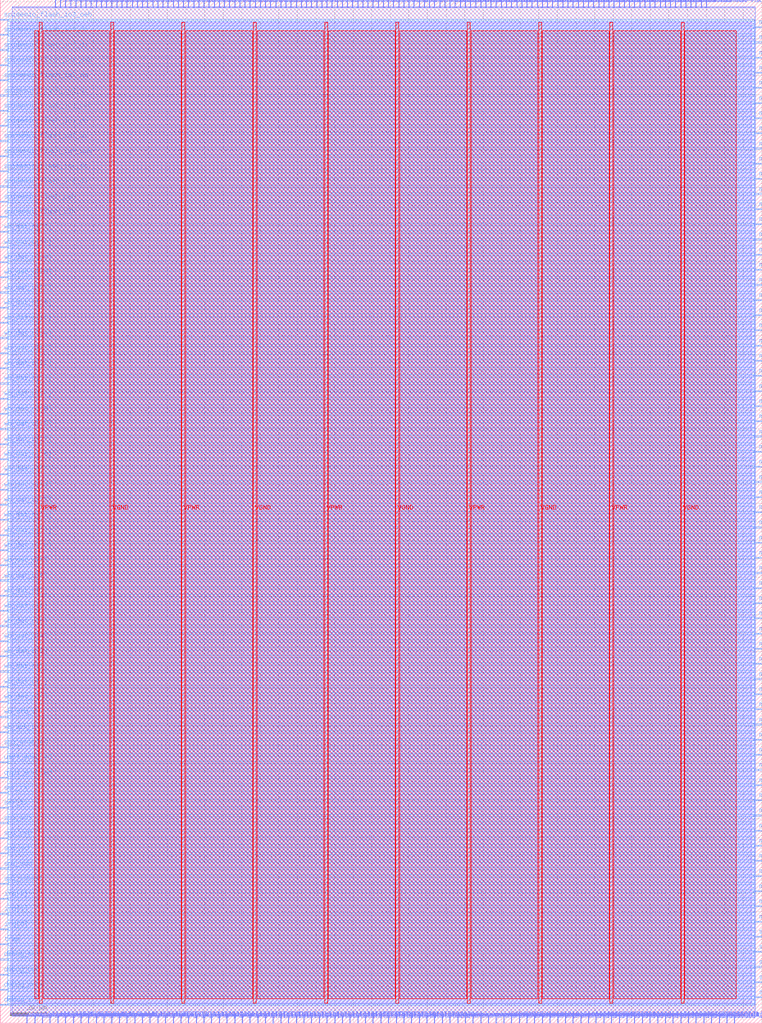
<source format=lef>
VERSION 5.7 ;
  NOWIREEXTENSIONATPIN ON ;
  DIVIDERCHAR "/" ;
  BUSBITCHARS "[]" ;
MACRO housekeeping
  CLASS BLOCK ;
  FOREIGN housekeeping ;
  ORIGIN 0.000 0.000 ;
  SIZE 410.230 BY 550.950 ;
  PIN VGND
    DIRECTION INOUT ;
    USE GROUND ;
    PORT
      LAYER met4 ;
        RECT 59.440 10.640 61.040 538.800 ;
    END
    PORT
      LAYER met4 ;
        RECT 136.240 10.640 137.840 538.800 ;
    END
    PORT
      LAYER met4 ;
        RECT 213.040 10.640 214.640 538.800 ;
    END
    PORT
      LAYER met4 ;
        RECT 289.840 10.640 291.440 538.800 ;
    END
    PORT
      LAYER met4 ;
        RECT 366.640 10.640 368.240 538.800 ;
    END
  END VGND
  PIN VPWR
    DIRECTION INOUT ;
    USE POWER ;
    PORT
      LAYER met4 ;
        RECT 21.040 10.640 22.640 538.800 ;
    END
    PORT
      LAYER met4 ;
        RECT 97.840 10.640 99.440 538.800 ;
    END
    PORT
      LAYER met4 ;
        RECT 174.640 10.640 176.240 538.800 ;
    END
    PORT
      LAYER met4 ;
        RECT 251.440 10.640 253.040 538.800 ;
    END
    PORT
      LAYER met4 ;
        RECT 328.240 10.640 329.840 538.800 ;
    END
  END VPWR
  PIN debug_in
    DIRECTION OUTPUT TRISTATE ;
    USE SIGNAL ;
    ANTENNADIFFAREA 0.340600 ;
    PORT
      LAYER met3 ;
        RECT 0.000 9.560 4.000 10.160 ;
    END
  END debug_in
  PIN debug_mode
    DIRECTION INPUT ;
    USE SIGNAL ;
    ANTENNAGATEAREA 0.196500 ;
    PORT
      LAYER met3 ;
        RECT 0.000 17.720 4.000 18.320 ;
    END
  END debug_mode
  PIN debug_oeb
    DIRECTION INPUT ;
    USE SIGNAL ;
    ANTENNAGATEAREA 0.196500 ;
    PORT
      LAYER met3 ;
        RECT 0.000 25.880 4.000 26.480 ;
    END
  END debug_oeb
  PIN debug_out
    DIRECTION INPUT ;
    USE SIGNAL ;
    ANTENNAGATEAREA 0.196500 ;
    PORT
      LAYER met3 ;
        RECT 0.000 34.040 4.000 34.640 ;
    END
  END debug_out
  PIN irq[0]
    DIRECTION OUTPUT TRISTATE ;
    USE SIGNAL ;
    ANTENNADIFFAREA 0.340600 ;
    PORT
      LAYER met3 ;
        RECT 0.000 50.360 4.000 50.960 ;
    END
  END irq[0]
  PIN irq[1]
    DIRECTION OUTPUT TRISTATE ;
    USE SIGNAL ;
    ANTENNADIFFAREA 0.340600 ;
    PORT
      LAYER met3 ;
        RECT 0.000 58.520 4.000 59.120 ;
    END
  END irq[1]
  PIN irq[2]
    DIRECTION OUTPUT TRISTATE ;
    USE SIGNAL ;
    ANTENNADIFFAREA 0.340600 ;
    PORT
      LAYER met3 ;
        RECT 0.000 66.680 4.000 67.280 ;
    END
  END irq[2]
  PIN mask_rev_in[0]
    DIRECTION INPUT ;
    USE SIGNAL ;
    ANTENNAGATEAREA 0.196500 ;
    PORT
      LAYER met2 ;
        RECT 250.330 0.000 250.610 4.000 ;
    END
  END mask_rev_in[0]
  PIN mask_rev_in[10]
    DIRECTION INPUT ;
    USE SIGNAL ;
    ANTENNAGATEAREA 0.196500 ;
    PORT
      LAYER met2 ;
        RECT 291.730 0.000 292.010 4.000 ;
    END
  END mask_rev_in[10]
  PIN mask_rev_in[11]
    DIRECTION INPUT ;
    USE SIGNAL ;
    ANTENNAGATEAREA 0.196500 ;
    PORT
      LAYER met2 ;
        RECT 295.870 0.000 296.150 4.000 ;
    END
  END mask_rev_in[11]
  PIN mask_rev_in[12]
    DIRECTION INPUT ;
    USE SIGNAL ;
    ANTENNAGATEAREA 0.196500 ;
    PORT
      LAYER met2 ;
        RECT 300.010 0.000 300.290 4.000 ;
    END
  END mask_rev_in[12]
  PIN mask_rev_in[13]
    DIRECTION INPUT ;
    USE SIGNAL ;
    ANTENNAGATEAREA 0.196500 ;
    PORT
      LAYER met2 ;
        RECT 304.150 0.000 304.430 4.000 ;
    END
  END mask_rev_in[13]
  PIN mask_rev_in[14]
    DIRECTION INPUT ;
    USE SIGNAL ;
    ANTENNAGATEAREA 0.196500 ;
    PORT
      LAYER met2 ;
        RECT 308.290 0.000 308.570 4.000 ;
    END
  END mask_rev_in[14]
  PIN mask_rev_in[15]
    DIRECTION INPUT ;
    USE SIGNAL ;
    ANTENNAGATEAREA 0.196500 ;
    PORT
      LAYER met2 ;
        RECT 312.430 0.000 312.710 4.000 ;
    END
  END mask_rev_in[15]
  PIN mask_rev_in[16]
    DIRECTION INPUT ;
    USE SIGNAL ;
    ANTENNAGATEAREA 0.196500 ;
    PORT
      LAYER met2 ;
        RECT 316.570 0.000 316.850 4.000 ;
    END
  END mask_rev_in[16]
  PIN mask_rev_in[17]
    DIRECTION INPUT ;
    USE SIGNAL ;
    ANTENNAGATEAREA 0.196500 ;
    PORT
      LAYER met2 ;
        RECT 320.710 0.000 320.990 4.000 ;
    END
  END mask_rev_in[17]
  PIN mask_rev_in[18]
    DIRECTION INPUT ;
    USE SIGNAL ;
    ANTENNAGATEAREA 0.196500 ;
    PORT
      LAYER met2 ;
        RECT 324.850 0.000 325.130 4.000 ;
    END
  END mask_rev_in[18]
  PIN mask_rev_in[19]
    DIRECTION INPUT ;
    USE SIGNAL ;
    ANTENNAGATEAREA 0.196500 ;
    PORT
      LAYER met2 ;
        RECT 328.990 0.000 329.270 4.000 ;
    END
  END mask_rev_in[19]
  PIN mask_rev_in[1]
    DIRECTION INPUT ;
    USE SIGNAL ;
    ANTENNAGATEAREA 0.196500 ;
    PORT
      LAYER met2 ;
        RECT 254.470 0.000 254.750 4.000 ;
    END
  END mask_rev_in[1]
  PIN mask_rev_in[20]
    DIRECTION INPUT ;
    USE SIGNAL ;
    ANTENNAGATEAREA 0.196500 ;
    PORT
      LAYER met2 ;
        RECT 333.130 0.000 333.410 4.000 ;
    END
  END mask_rev_in[20]
  PIN mask_rev_in[21]
    DIRECTION INPUT ;
    USE SIGNAL ;
    ANTENNAGATEAREA 0.196500 ;
    PORT
      LAYER met2 ;
        RECT 337.270 0.000 337.550 4.000 ;
    END
  END mask_rev_in[21]
  PIN mask_rev_in[22]
    DIRECTION INPUT ;
    USE SIGNAL ;
    ANTENNAGATEAREA 0.196500 ;
    PORT
      LAYER met2 ;
        RECT 341.410 0.000 341.690 4.000 ;
    END
  END mask_rev_in[22]
  PIN mask_rev_in[23]
    DIRECTION INPUT ;
    USE SIGNAL ;
    ANTENNAGATEAREA 0.196500 ;
    PORT
      LAYER met2 ;
        RECT 345.550 0.000 345.830 4.000 ;
    END
  END mask_rev_in[23]
  PIN mask_rev_in[24]
    DIRECTION INPUT ;
    USE SIGNAL ;
    ANTENNAGATEAREA 0.196500 ;
    PORT
      LAYER met2 ;
        RECT 349.690 0.000 349.970 4.000 ;
    END
  END mask_rev_in[24]
  PIN mask_rev_in[25]
    DIRECTION INPUT ;
    USE SIGNAL ;
    ANTENNAGATEAREA 0.196500 ;
    PORT
      LAYER met2 ;
        RECT 353.830 0.000 354.110 4.000 ;
    END
  END mask_rev_in[25]
  PIN mask_rev_in[26]
    DIRECTION INPUT ;
    USE SIGNAL ;
    ANTENNAGATEAREA 0.196500 ;
    PORT
      LAYER met2 ;
        RECT 357.970 0.000 358.250 4.000 ;
    END
  END mask_rev_in[26]
  PIN mask_rev_in[27]
    DIRECTION INPUT ;
    USE SIGNAL ;
    ANTENNAGATEAREA 0.196500 ;
    PORT
      LAYER met2 ;
        RECT 362.110 0.000 362.390 4.000 ;
    END
  END mask_rev_in[27]
  PIN mask_rev_in[28]
    DIRECTION INPUT ;
    USE SIGNAL ;
    ANTENNAGATEAREA 0.196500 ;
    PORT
      LAYER met2 ;
        RECT 366.250 0.000 366.530 4.000 ;
    END
  END mask_rev_in[28]
  PIN mask_rev_in[29]
    DIRECTION INPUT ;
    USE SIGNAL ;
    ANTENNAGATEAREA 0.196500 ;
    PORT
      LAYER met2 ;
        RECT 370.390 0.000 370.670 4.000 ;
    END
  END mask_rev_in[29]
  PIN mask_rev_in[2]
    DIRECTION INPUT ;
    USE SIGNAL ;
    ANTENNAGATEAREA 0.196500 ;
    PORT
      LAYER met2 ;
        RECT 258.610 0.000 258.890 4.000 ;
    END
  END mask_rev_in[2]
  PIN mask_rev_in[30]
    DIRECTION INPUT ;
    USE SIGNAL ;
    ANTENNAGATEAREA 0.196500 ;
    PORT
      LAYER met2 ;
        RECT 374.530 0.000 374.810 4.000 ;
    END
  END mask_rev_in[30]
  PIN mask_rev_in[31]
    DIRECTION INPUT ;
    USE SIGNAL ;
    ANTENNAGATEAREA 0.196500 ;
    PORT
      LAYER met2 ;
        RECT 378.670 0.000 378.950 4.000 ;
    END
  END mask_rev_in[31]
  PIN mask_rev_in[3]
    DIRECTION INPUT ;
    USE SIGNAL ;
    ANTENNAGATEAREA 0.196500 ;
    PORT
      LAYER met2 ;
        RECT 262.750 0.000 263.030 4.000 ;
    END
  END mask_rev_in[3]
  PIN mask_rev_in[4]
    DIRECTION INPUT ;
    USE SIGNAL ;
    ANTENNAGATEAREA 0.196500 ;
    PORT
      LAYER met2 ;
        RECT 266.890 0.000 267.170 4.000 ;
    END
  END mask_rev_in[4]
  PIN mask_rev_in[5]
    DIRECTION INPUT ;
    USE SIGNAL ;
    ANTENNAGATEAREA 0.196500 ;
    PORT
      LAYER met2 ;
        RECT 271.030 0.000 271.310 4.000 ;
    END
  END mask_rev_in[5]
  PIN mask_rev_in[6]
    DIRECTION INPUT ;
    USE SIGNAL ;
    ANTENNAGATEAREA 0.196500 ;
    PORT
      LAYER met2 ;
        RECT 275.170 0.000 275.450 4.000 ;
    END
  END mask_rev_in[6]
  PIN mask_rev_in[7]
    DIRECTION INPUT ;
    USE SIGNAL ;
    ANTENNAGATEAREA 0.196500 ;
    PORT
      LAYER met2 ;
        RECT 279.310 0.000 279.590 4.000 ;
    END
  END mask_rev_in[7]
  PIN mask_rev_in[8]
    DIRECTION INPUT ;
    USE SIGNAL ;
    ANTENNAGATEAREA 0.196500 ;
    PORT
      LAYER met2 ;
        RECT 283.450 0.000 283.730 4.000 ;
    END
  END mask_rev_in[8]
  PIN mask_rev_in[9]
    DIRECTION INPUT ;
    USE SIGNAL ;
    ANTENNAGATEAREA 0.196500 ;
    PORT
      LAYER met2 ;
        RECT 287.590 0.000 287.870 4.000 ;
    END
  END mask_rev_in[9]
  PIN mgmt_gpio_in[0]
    DIRECTION INPUT ;
    USE SIGNAL ;
    ANTENNAGATEAREA 0.196500 ;
    PORT
      LAYER met3 ;
        RECT 406.230 54.440 410.230 55.040 ;
    END
  END mgmt_gpio_in[0]
  PIN mgmt_gpio_in[10]
    DIRECTION INPUT ;
    USE SIGNAL ;
    ANTENNAGATEAREA 0.196500 ;
    PORT
      LAYER met3 ;
        RECT 406.230 299.240 410.230 299.840 ;
    END
  END mgmt_gpio_in[10]
  PIN mgmt_gpio_in[11]
    DIRECTION INPUT ;
    USE SIGNAL ;
    ANTENNAGATEAREA 0.196500 ;
    PORT
      LAYER met3 ;
        RECT 406.230 323.720 410.230 324.320 ;
    END
  END mgmt_gpio_in[11]
  PIN mgmt_gpio_in[12]
    DIRECTION INPUT ;
    USE SIGNAL ;
    ANTENNAGATEAREA 0.196500 ;
    PORT
      LAYER met3 ;
        RECT 406.230 348.200 410.230 348.800 ;
    END
  END mgmt_gpio_in[12]
  PIN mgmt_gpio_in[13]
    DIRECTION INPUT ;
    USE SIGNAL ;
    ANTENNAGATEAREA 0.196500 ;
    PORT
      LAYER met3 ;
        RECT 406.230 372.680 410.230 373.280 ;
    END
  END mgmt_gpio_in[13]
  PIN mgmt_gpio_in[14]
    DIRECTION INPUT ;
    USE SIGNAL ;
    ANTENNAGATEAREA 0.196500 ;
    PORT
      LAYER met3 ;
        RECT 406.230 397.160 410.230 397.760 ;
    END
  END mgmt_gpio_in[14]
  PIN mgmt_gpio_in[15]
    DIRECTION INPUT ;
    USE SIGNAL ;
    ANTENNAGATEAREA 0.196500 ;
    PORT
      LAYER met3 ;
        RECT 406.230 421.640 410.230 422.240 ;
    END
  END mgmt_gpio_in[15]
  PIN mgmt_gpio_in[16]
    DIRECTION INPUT ;
    USE SIGNAL ;
    ANTENNAGATEAREA 0.196500 ;
    PORT
      LAYER met3 ;
        RECT 406.230 446.120 410.230 446.720 ;
    END
  END mgmt_gpio_in[16]
  PIN mgmt_gpio_in[17]
    DIRECTION INPUT ;
    USE SIGNAL ;
    ANTENNAGATEAREA 0.196500 ;
    PORT
      LAYER met3 ;
        RECT 406.230 470.600 410.230 471.200 ;
    END
  END mgmt_gpio_in[17]
  PIN mgmt_gpio_in[18]
    DIRECTION INPUT ;
    USE SIGNAL ;
    ANTENNAGATEAREA 0.196500 ;
    PORT
      LAYER met3 ;
        RECT 406.230 495.080 410.230 495.680 ;
    END
  END mgmt_gpio_in[18]
  PIN mgmt_gpio_in[19]
    DIRECTION INPUT ;
    USE SIGNAL ;
    ANTENNAGATEAREA 0.196500 ;
    PORT
      LAYER met3 ;
        RECT 406.230 519.560 410.230 520.160 ;
    END
  END mgmt_gpio_in[19]
  PIN mgmt_gpio_in[1]
    DIRECTION INPUT ;
    USE SIGNAL ;
    ANTENNAGATEAREA 0.196500 ;
    PORT
      LAYER met3 ;
        RECT 406.230 78.920 410.230 79.520 ;
    END
  END mgmt_gpio_in[1]
  PIN mgmt_gpio_in[20]
    DIRECTION INPUT ;
    USE SIGNAL ;
    ANTENNAGATEAREA 0.196500 ;
    PORT
      LAYER met2 ;
        RECT 233.770 546.950 234.050 550.950 ;
    END
  END mgmt_gpio_in[20]
  PIN mgmt_gpio_in[21]
    DIRECTION INPUT ;
    USE SIGNAL ;
    ANTENNAGATEAREA 0.196500 ;
    PORT
      LAYER met2 ;
        RECT 242.050 546.950 242.330 550.950 ;
    END
  END mgmt_gpio_in[21]
  PIN mgmt_gpio_in[22]
    DIRECTION INPUT ;
    USE SIGNAL ;
    ANTENNAGATEAREA 0.196500 ;
    PORT
      LAYER met2 ;
        RECT 250.330 546.950 250.610 550.950 ;
    END
  END mgmt_gpio_in[22]
  PIN mgmt_gpio_in[23]
    DIRECTION INPUT ;
    USE SIGNAL ;
    ANTENNAGATEAREA 0.196500 ;
    PORT
      LAYER met2 ;
        RECT 258.610 546.950 258.890 550.950 ;
    END
  END mgmt_gpio_in[23]
  PIN mgmt_gpio_in[24]
    DIRECTION INPUT ;
    USE SIGNAL ;
    ANTENNAGATEAREA 0.196500 ;
    PORT
      LAYER met2 ;
        RECT 266.890 546.950 267.170 550.950 ;
    END
  END mgmt_gpio_in[24]
  PIN mgmt_gpio_in[25]
    DIRECTION INPUT ;
    USE SIGNAL ;
    ANTENNAGATEAREA 0.196500 ;
    PORT
      LAYER met2 ;
        RECT 275.170 546.950 275.450 550.950 ;
    END
  END mgmt_gpio_in[25]
  PIN mgmt_gpio_in[26]
    DIRECTION INPUT ;
    USE SIGNAL ;
    ANTENNAGATEAREA 0.196500 ;
    PORT
      LAYER met2 ;
        RECT 283.450 546.950 283.730 550.950 ;
    END
  END mgmt_gpio_in[26]
  PIN mgmt_gpio_in[27]
    DIRECTION INPUT ;
    USE SIGNAL ;
    ANTENNAGATEAREA 0.196500 ;
    PORT
      LAYER met2 ;
        RECT 291.730 546.950 292.010 550.950 ;
    END
  END mgmt_gpio_in[27]
  PIN mgmt_gpio_in[28]
    DIRECTION INPUT ;
    USE SIGNAL ;
    ANTENNAGATEAREA 0.196500 ;
    PORT
      LAYER met2 ;
        RECT 300.010 546.950 300.290 550.950 ;
    END
  END mgmt_gpio_in[28]
  PIN mgmt_gpio_in[29]
    DIRECTION INPUT ;
    USE SIGNAL ;
    ANTENNAGATEAREA 0.196500 ;
    PORT
      LAYER met2 ;
        RECT 308.290 546.950 308.570 550.950 ;
    END
  END mgmt_gpio_in[29]
  PIN mgmt_gpio_in[2]
    DIRECTION INPUT ;
    USE SIGNAL ;
    ANTENNAGATEAREA 0.196500 ;
    PORT
      LAYER met3 ;
        RECT 406.230 103.400 410.230 104.000 ;
    END
  END mgmt_gpio_in[2]
  PIN mgmt_gpio_in[30]
    DIRECTION INPUT ;
    USE SIGNAL ;
    ANTENNAGATEAREA 0.196500 ;
    PORT
      LAYER met2 ;
        RECT 316.570 546.950 316.850 550.950 ;
    END
  END mgmt_gpio_in[30]
  PIN mgmt_gpio_in[31]
    DIRECTION INPUT ;
    USE SIGNAL ;
    ANTENNAGATEAREA 0.196500 ;
    PORT
      LAYER met2 ;
        RECT 324.850 546.950 325.130 550.950 ;
    END
  END mgmt_gpio_in[31]
  PIN mgmt_gpio_in[32]
    DIRECTION INPUT ;
    USE SIGNAL ;
    ANTENNAGATEAREA 0.196500 ;
    PORT
      LAYER met2 ;
        RECT 333.130 546.950 333.410 550.950 ;
    END
  END mgmt_gpio_in[32]
  PIN mgmt_gpio_in[33]
    DIRECTION INPUT ;
    USE SIGNAL ;
    ANTENNAGATEAREA 0.196500 ;
    PORT
      LAYER met2 ;
        RECT 341.410 546.950 341.690 550.950 ;
    END
  END mgmt_gpio_in[33]
  PIN mgmt_gpio_in[34]
    DIRECTION INPUT ;
    USE SIGNAL ;
    ANTENNAGATEAREA 0.196500 ;
    PORT
      LAYER met2 ;
        RECT 349.690 546.950 349.970 550.950 ;
    END
  END mgmt_gpio_in[34]
  PIN mgmt_gpio_in[35]
    DIRECTION INPUT ;
    USE SIGNAL ;
    ANTENNAGATEAREA 0.196500 ;
    PORT
      LAYER met2 ;
        RECT 357.970 546.950 358.250 550.950 ;
    END
  END mgmt_gpio_in[35]
  PIN mgmt_gpio_in[36]
    DIRECTION INPUT ;
    USE SIGNAL ;
    ANTENNAGATEAREA 0.196500 ;
    PORT
      LAYER met2 ;
        RECT 366.250 546.950 366.530 550.950 ;
    END
  END mgmt_gpio_in[36]
  PIN mgmt_gpio_in[37]
    DIRECTION INPUT ;
    USE SIGNAL ;
    ANTENNAGATEAREA 0.196500 ;
    PORT
      LAYER met2 ;
        RECT 374.530 546.950 374.810 550.950 ;
    END
  END mgmt_gpio_in[37]
  PIN mgmt_gpio_in[3]
    DIRECTION INPUT ;
    USE SIGNAL ;
    ANTENNAGATEAREA 0.196500 ;
    PORT
      LAYER met3 ;
        RECT 406.230 127.880 410.230 128.480 ;
    END
  END mgmt_gpio_in[3]
  PIN mgmt_gpio_in[4]
    DIRECTION INPUT ;
    USE SIGNAL ;
    ANTENNAGATEAREA 0.196500 ;
    PORT
      LAYER met3 ;
        RECT 406.230 152.360 410.230 152.960 ;
    END
  END mgmt_gpio_in[4]
  PIN mgmt_gpio_in[5]
    DIRECTION INPUT ;
    USE SIGNAL ;
    ANTENNAGATEAREA 0.196500 ;
    PORT
      LAYER met3 ;
        RECT 406.230 176.840 410.230 177.440 ;
    END
  END mgmt_gpio_in[5]
  PIN mgmt_gpio_in[6]
    DIRECTION INPUT ;
    USE SIGNAL ;
    ANTENNAGATEAREA 0.196500 ;
    PORT
      LAYER met3 ;
        RECT 406.230 201.320 410.230 201.920 ;
    END
  END mgmt_gpio_in[6]
  PIN mgmt_gpio_in[7]
    DIRECTION INPUT ;
    USE SIGNAL ;
    ANTENNAGATEAREA 0.196500 ;
    PORT
      LAYER met3 ;
        RECT 406.230 225.800 410.230 226.400 ;
    END
  END mgmt_gpio_in[7]
  PIN mgmt_gpio_in[8]
    DIRECTION INPUT ;
    USE SIGNAL ;
    ANTENNAGATEAREA 0.196500 ;
    PORT
      LAYER met3 ;
        RECT 406.230 250.280 410.230 250.880 ;
    END
  END mgmt_gpio_in[8]
  PIN mgmt_gpio_in[9]
    DIRECTION INPUT ;
    USE SIGNAL ;
    ANTENNAGATEAREA 0.196500 ;
    PORT
      LAYER met3 ;
        RECT 406.230 274.760 410.230 275.360 ;
    END
  END mgmt_gpio_in[9]
  PIN mgmt_gpio_oeb[0]
    DIRECTION OUTPUT TRISTATE ;
    USE SIGNAL ;
    ANTENNADIFFAREA 0.340600 ;
    PORT
      LAYER met3 ;
        RECT 406.230 62.600 410.230 63.200 ;
    END
  END mgmt_gpio_oeb[0]
  PIN mgmt_gpio_oeb[10]
    DIRECTION OUTPUT TRISTATE ;
    USE SIGNAL ;
    ANTENNADIFFAREA 0.340600 ;
    PORT
      LAYER met3 ;
        RECT 406.230 307.400 410.230 308.000 ;
    END
  END mgmt_gpio_oeb[10]
  PIN mgmt_gpio_oeb[11]
    DIRECTION OUTPUT TRISTATE ;
    USE SIGNAL ;
    ANTENNADIFFAREA 0.340600 ;
    PORT
      LAYER met3 ;
        RECT 406.230 331.880 410.230 332.480 ;
    END
  END mgmt_gpio_oeb[11]
  PIN mgmt_gpio_oeb[12]
    DIRECTION OUTPUT TRISTATE ;
    USE SIGNAL ;
    ANTENNADIFFAREA 0.340600 ;
    PORT
      LAYER met3 ;
        RECT 406.230 356.360 410.230 356.960 ;
    END
  END mgmt_gpio_oeb[12]
  PIN mgmt_gpio_oeb[13]
    DIRECTION OUTPUT TRISTATE ;
    USE SIGNAL ;
    ANTENNADIFFAREA 0.340600 ;
    PORT
      LAYER met3 ;
        RECT 406.230 380.840 410.230 381.440 ;
    END
  END mgmt_gpio_oeb[13]
  PIN mgmt_gpio_oeb[14]
    DIRECTION OUTPUT TRISTATE ;
    USE SIGNAL ;
    ANTENNADIFFAREA 0.340600 ;
    PORT
      LAYER met3 ;
        RECT 406.230 405.320 410.230 405.920 ;
    END
  END mgmt_gpio_oeb[14]
  PIN mgmt_gpio_oeb[15]
    DIRECTION OUTPUT TRISTATE ;
    USE SIGNAL ;
    ANTENNADIFFAREA 0.340600 ;
    PORT
      LAYER met3 ;
        RECT 406.230 429.800 410.230 430.400 ;
    END
  END mgmt_gpio_oeb[15]
  PIN mgmt_gpio_oeb[16]
    DIRECTION OUTPUT TRISTATE ;
    USE SIGNAL ;
    ANTENNADIFFAREA 0.340600 ;
    PORT
      LAYER met3 ;
        RECT 406.230 454.280 410.230 454.880 ;
    END
  END mgmt_gpio_oeb[16]
  PIN mgmt_gpio_oeb[17]
    DIRECTION OUTPUT TRISTATE ;
    USE SIGNAL ;
    ANTENNADIFFAREA 0.340600 ;
    PORT
      LAYER met3 ;
        RECT 406.230 478.760 410.230 479.360 ;
    END
  END mgmt_gpio_oeb[17]
  PIN mgmt_gpio_oeb[18]
    DIRECTION OUTPUT TRISTATE ;
    USE SIGNAL ;
    ANTENNADIFFAREA 0.340600 ;
    PORT
      LAYER met3 ;
        RECT 406.230 503.240 410.230 503.840 ;
    END
  END mgmt_gpio_oeb[18]
  PIN mgmt_gpio_oeb[19]
    DIRECTION OUTPUT TRISTATE ;
    USE SIGNAL ;
    ANTENNADIFFAREA 0.340600 ;
    PORT
      LAYER met3 ;
        RECT 406.230 527.720 410.230 528.320 ;
    END
  END mgmt_gpio_oeb[19]
  PIN mgmt_gpio_oeb[1]
    DIRECTION OUTPUT TRISTATE ;
    USE SIGNAL ;
    ANTENNADIFFAREA 0.340600 ;
    PORT
      LAYER met3 ;
        RECT 406.230 87.080 410.230 87.680 ;
    END
  END mgmt_gpio_oeb[1]
  PIN mgmt_gpio_oeb[20]
    DIRECTION OUTPUT TRISTATE ;
    USE SIGNAL ;
    ANTENNADIFFAREA 0.340600 ;
    PORT
      LAYER met2 ;
        RECT 236.530 546.950 236.810 550.950 ;
    END
  END mgmt_gpio_oeb[20]
  PIN mgmt_gpio_oeb[21]
    DIRECTION OUTPUT TRISTATE ;
    USE SIGNAL ;
    ANTENNADIFFAREA 0.340600 ;
    PORT
      LAYER met2 ;
        RECT 244.810 546.950 245.090 550.950 ;
    END
  END mgmt_gpio_oeb[21]
  PIN mgmt_gpio_oeb[22]
    DIRECTION OUTPUT TRISTATE ;
    USE SIGNAL ;
    ANTENNADIFFAREA 0.340600 ;
    PORT
      LAYER met2 ;
        RECT 253.090 546.950 253.370 550.950 ;
    END
  END mgmt_gpio_oeb[22]
  PIN mgmt_gpio_oeb[23]
    DIRECTION OUTPUT TRISTATE ;
    USE SIGNAL ;
    ANTENNADIFFAREA 0.340600 ;
    PORT
      LAYER met2 ;
        RECT 261.370 546.950 261.650 550.950 ;
    END
  END mgmt_gpio_oeb[23]
  PIN mgmt_gpio_oeb[24]
    DIRECTION OUTPUT TRISTATE ;
    USE SIGNAL ;
    ANTENNADIFFAREA 0.340600 ;
    PORT
      LAYER met2 ;
        RECT 269.650 546.950 269.930 550.950 ;
    END
  END mgmt_gpio_oeb[24]
  PIN mgmt_gpio_oeb[25]
    DIRECTION OUTPUT TRISTATE ;
    USE SIGNAL ;
    ANTENNADIFFAREA 0.340600 ;
    PORT
      LAYER met2 ;
        RECT 277.930 546.950 278.210 550.950 ;
    END
  END mgmt_gpio_oeb[25]
  PIN mgmt_gpio_oeb[26]
    DIRECTION OUTPUT TRISTATE ;
    USE SIGNAL ;
    ANTENNADIFFAREA 0.340600 ;
    PORT
      LAYER met2 ;
        RECT 286.210 546.950 286.490 550.950 ;
    END
  END mgmt_gpio_oeb[26]
  PIN mgmt_gpio_oeb[27]
    DIRECTION OUTPUT TRISTATE ;
    USE SIGNAL ;
    ANTENNADIFFAREA 0.340600 ;
    PORT
      LAYER met2 ;
        RECT 294.490 546.950 294.770 550.950 ;
    END
  END mgmt_gpio_oeb[27]
  PIN mgmt_gpio_oeb[28]
    DIRECTION OUTPUT TRISTATE ;
    USE SIGNAL ;
    ANTENNADIFFAREA 0.340600 ;
    PORT
      LAYER met2 ;
        RECT 302.770 546.950 303.050 550.950 ;
    END
  END mgmt_gpio_oeb[28]
  PIN mgmt_gpio_oeb[29]
    DIRECTION OUTPUT TRISTATE ;
    USE SIGNAL ;
    ANTENNADIFFAREA 0.340600 ;
    PORT
      LAYER met2 ;
        RECT 311.050 546.950 311.330 550.950 ;
    END
  END mgmt_gpio_oeb[29]
  PIN mgmt_gpio_oeb[2]
    DIRECTION OUTPUT TRISTATE ;
    USE SIGNAL ;
    ANTENNADIFFAREA 0.340600 ;
    PORT
      LAYER met3 ;
        RECT 406.230 111.560 410.230 112.160 ;
    END
  END mgmt_gpio_oeb[2]
  PIN mgmt_gpio_oeb[30]
    DIRECTION OUTPUT TRISTATE ;
    USE SIGNAL ;
    ANTENNADIFFAREA 0.340600 ;
    PORT
      LAYER met2 ;
        RECT 319.330 546.950 319.610 550.950 ;
    END
  END mgmt_gpio_oeb[30]
  PIN mgmt_gpio_oeb[31]
    DIRECTION OUTPUT TRISTATE ;
    USE SIGNAL ;
    ANTENNADIFFAREA 0.340600 ;
    PORT
      LAYER met2 ;
        RECT 327.610 546.950 327.890 550.950 ;
    END
  END mgmt_gpio_oeb[31]
  PIN mgmt_gpio_oeb[32]
    DIRECTION OUTPUT TRISTATE ;
    USE SIGNAL ;
    ANTENNADIFFAREA 0.340600 ;
    PORT
      LAYER met2 ;
        RECT 335.890 546.950 336.170 550.950 ;
    END
  END mgmt_gpio_oeb[32]
  PIN mgmt_gpio_oeb[33]
    DIRECTION OUTPUT TRISTATE ;
    USE SIGNAL ;
    ANTENNADIFFAREA 0.340600 ;
    PORT
      LAYER met2 ;
        RECT 344.170 546.950 344.450 550.950 ;
    END
  END mgmt_gpio_oeb[33]
  PIN mgmt_gpio_oeb[34]
    DIRECTION OUTPUT TRISTATE ;
    USE SIGNAL ;
    ANTENNADIFFAREA 0.340600 ;
    PORT
      LAYER met2 ;
        RECT 352.450 546.950 352.730 550.950 ;
    END
  END mgmt_gpio_oeb[34]
  PIN mgmt_gpio_oeb[35]
    DIRECTION OUTPUT TRISTATE ;
    USE SIGNAL ;
    ANTENNADIFFAREA 0.340600 ;
    PORT
      LAYER met2 ;
        RECT 360.730 546.950 361.010 550.950 ;
    END
  END mgmt_gpio_oeb[35]
  PIN mgmt_gpio_oeb[36]
    DIRECTION OUTPUT TRISTATE ;
    USE SIGNAL ;
    ANTENNADIFFAREA 0.340600 ;
    PORT
      LAYER met2 ;
        RECT 369.010 546.950 369.290 550.950 ;
    END
  END mgmt_gpio_oeb[36]
  PIN mgmt_gpio_oeb[37]
    DIRECTION OUTPUT TRISTATE ;
    USE SIGNAL ;
    ANTENNADIFFAREA 0.340600 ;
    PORT
      LAYER met2 ;
        RECT 377.290 546.950 377.570 550.950 ;
    END
  END mgmt_gpio_oeb[37]
  PIN mgmt_gpio_oeb[3]
    DIRECTION OUTPUT TRISTATE ;
    USE SIGNAL ;
    ANTENNADIFFAREA 0.340600 ;
    PORT
      LAYER met3 ;
        RECT 406.230 136.040 410.230 136.640 ;
    END
  END mgmt_gpio_oeb[3]
  PIN mgmt_gpio_oeb[4]
    DIRECTION OUTPUT TRISTATE ;
    USE SIGNAL ;
    ANTENNADIFFAREA 0.340600 ;
    PORT
      LAYER met3 ;
        RECT 406.230 160.520 410.230 161.120 ;
    END
  END mgmt_gpio_oeb[4]
  PIN mgmt_gpio_oeb[5]
    DIRECTION OUTPUT TRISTATE ;
    USE SIGNAL ;
    ANTENNADIFFAREA 0.340600 ;
    PORT
      LAYER met3 ;
        RECT 406.230 185.000 410.230 185.600 ;
    END
  END mgmt_gpio_oeb[5]
  PIN mgmt_gpio_oeb[6]
    DIRECTION OUTPUT TRISTATE ;
    USE SIGNAL ;
    ANTENNADIFFAREA 0.340600 ;
    PORT
      LAYER met3 ;
        RECT 406.230 209.480 410.230 210.080 ;
    END
  END mgmt_gpio_oeb[6]
  PIN mgmt_gpio_oeb[7]
    DIRECTION OUTPUT TRISTATE ;
    USE SIGNAL ;
    ANTENNADIFFAREA 0.340600 ;
    PORT
      LAYER met3 ;
        RECT 406.230 233.960 410.230 234.560 ;
    END
  END mgmt_gpio_oeb[7]
  PIN mgmt_gpio_oeb[8]
    DIRECTION OUTPUT TRISTATE ;
    USE SIGNAL ;
    ANTENNADIFFAREA 0.340600 ;
    PORT
      LAYER met3 ;
        RECT 406.230 258.440 410.230 259.040 ;
    END
  END mgmt_gpio_oeb[8]
  PIN mgmt_gpio_oeb[9]
    DIRECTION OUTPUT TRISTATE ;
    USE SIGNAL ;
    ANTENNADIFFAREA 0.340600 ;
    PORT
      LAYER met3 ;
        RECT 406.230 282.920 410.230 283.520 ;
    END
  END mgmt_gpio_oeb[9]
  PIN mgmt_gpio_out[0]
    DIRECTION OUTPUT TRISTATE ;
    USE SIGNAL ;
    ANTENNADIFFAREA 0.340600 ;
    PORT
      LAYER met3 ;
        RECT 406.230 70.760 410.230 71.360 ;
    END
  END mgmt_gpio_out[0]
  PIN mgmt_gpio_out[10]
    DIRECTION OUTPUT TRISTATE ;
    USE SIGNAL ;
    ANTENNADIFFAREA 0.340600 ;
    PORT
      LAYER met3 ;
        RECT 406.230 315.560 410.230 316.160 ;
    END
  END mgmt_gpio_out[10]
  PIN mgmt_gpio_out[11]
    DIRECTION OUTPUT TRISTATE ;
    USE SIGNAL ;
    ANTENNADIFFAREA 0.340600 ;
    PORT
      LAYER met3 ;
        RECT 406.230 340.040 410.230 340.640 ;
    END
  END mgmt_gpio_out[11]
  PIN mgmt_gpio_out[12]
    DIRECTION OUTPUT TRISTATE ;
    USE SIGNAL ;
    ANTENNADIFFAREA 0.340600 ;
    PORT
      LAYER met3 ;
        RECT 406.230 364.520 410.230 365.120 ;
    END
  END mgmt_gpio_out[12]
  PIN mgmt_gpio_out[13]
    DIRECTION OUTPUT TRISTATE ;
    USE SIGNAL ;
    ANTENNADIFFAREA 0.340600 ;
    PORT
      LAYER met3 ;
        RECT 406.230 389.000 410.230 389.600 ;
    END
  END mgmt_gpio_out[13]
  PIN mgmt_gpio_out[14]
    DIRECTION OUTPUT TRISTATE ;
    USE SIGNAL ;
    ANTENNADIFFAREA 0.340600 ;
    PORT
      LAYER met3 ;
        RECT 406.230 413.480 410.230 414.080 ;
    END
  END mgmt_gpio_out[14]
  PIN mgmt_gpio_out[15]
    DIRECTION OUTPUT TRISTATE ;
    USE SIGNAL ;
    ANTENNADIFFAREA 0.340600 ;
    PORT
      LAYER met3 ;
        RECT 406.230 437.960 410.230 438.560 ;
    END
  END mgmt_gpio_out[15]
  PIN mgmt_gpio_out[16]
    DIRECTION OUTPUT TRISTATE ;
    USE SIGNAL ;
    ANTENNADIFFAREA 0.340600 ;
    PORT
      LAYER met3 ;
        RECT 406.230 462.440 410.230 463.040 ;
    END
  END mgmt_gpio_out[16]
  PIN mgmt_gpio_out[17]
    DIRECTION OUTPUT TRISTATE ;
    USE SIGNAL ;
    ANTENNADIFFAREA 0.340600 ;
    PORT
      LAYER met3 ;
        RECT 406.230 486.920 410.230 487.520 ;
    END
  END mgmt_gpio_out[17]
  PIN mgmt_gpio_out[18]
    DIRECTION OUTPUT TRISTATE ;
    USE SIGNAL ;
    ANTENNADIFFAREA 0.340600 ;
    PORT
      LAYER met3 ;
        RECT 406.230 511.400 410.230 512.000 ;
    END
  END mgmt_gpio_out[18]
  PIN mgmt_gpio_out[19]
    DIRECTION OUTPUT TRISTATE ;
    USE SIGNAL ;
    ANTENNADIFFAREA 0.340600 ;
    PORT
      LAYER met3 ;
        RECT 406.230 535.880 410.230 536.480 ;
    END
  END mgmt_gpio_out[19]
  PIN mgmt_gpio_out[1]
    DIRECTION OUTPUT TRISTATE ;
    USE SIGNAL ;
    ANTENNADIFFAREA 0.340600 ;
    PORT
      LAYER met3 ;
        RECT 406.230 95.240 410.230 95.840 ;
    END
  END mgmt_gpio_out[1]
  PIN mgmt_gpio_out[20]
    DIRECTION OUTPUT TRISTATE ;
    USE SIGNAL ;
    ANTENNADIFFAREA 0.340600 ;
    PORT
      LAYER met2 ;
        RECT 239.290 546.950 239.570 550.950 ;
    END
  END mgmt_gpio_out[20]
  PIN mgmt_gpio_out[21]
    DIRECTION OUTPUT TRISTATE ;
    USE SIGNAL ;
    ANTENNADIFFAREA 0.340600 ;
    PORT
      LAYER met2 ;
        RECT 247.570 546.950 247.850 550.950 ;
    END
  END mgmt_gpio_out[21]
  PIN mgmt_gpio_out[22]
    DIRECTION OUTPUT TRISTATE ;
    USE SIGNAL ;
    ANTENNADIFFAREA 0.340600 ;
    PORT
      LAYER met2 ;
        RECT 255.850 546.950 256.130 550.950 ;
    END
  END mgmt_gpio_out[22]
  PIN mgmt_gpio_out[23]
    DIRECTION OUTPUT TRISTATE ;
    USE SIGNAL ;
    ANTENNADIFFAREA 0.340600 ;
    PORT
      LAYER met2 ;
        RECT 264.130 546.950 264.410 550.950 ;
    END
  END mgmt_gpio_out[23]
  PIN mgmt_gpio_out[24]
    DIRECTION OUTPUT TRISTATE ;
    USE SIGNAL ;
    ANTENNADIFFAREA 0.340600 ;
    PORT
      LAYER met2 ;
        RECT 272.410 546.950 272.690 550.950 ;
    END
  END mgmt_gpio_out[24]
  PIN mgmt_gpio_out[25]
    DIRECTION OUTPUT TRISTATE ;
    USE SIGNAL ;
    ANTENNADIFFAREA 0.340600 ;
    PORT
      LAYER met2 ;
        RECT 280.690 546.950 280.970 550.950 ;
    END
  END mgmt_gpio_out[25]
  PIN mgmt_gpio_out[26]
    DIRECTION OUTPUT TRISTATE ;
    USE SIGNAL ;
    ANTENNADIFFAREA 0.340600 ;
    PORT
      LAYER met2 ;
        RECT 288.970 546.950 289.250 550.950 ;
    END
  END mgmt_gpio_out[26]
  PIN mgmt_gpio_out[27]
    DIRECTION OUTPUT TRISTATE ;
    USE SIGNAL ;
    ANTENNADIFFAREA 0.340600 ;
    PORT
      LAYER met2 ;
        RECT 297.250 546.950 297.530 550.950 ;
    END
  END mgmt_gpio_out[27]
  PIN mgmt_gpio_out[28]
    DIRECTION OUTPUT TRISTATE ;
    USE SIGNAL ;
    ANTENNADIFFAREA 0.340600 ;
    PORT
      LAYER met2 ;
        RECT 305.530 546.950 305.810 550.950 ;
    END
  END mgmt_gpio_out[28]
  PIN mgmt_gpio_out[29]
    DIRECTION OUTPUT TRISTATE ;
    USE SIGNAL ;
    ANTENNADIFFAREA 0.340600 ;
    PORT
      LAYER met2 ;
        RECT 313.810 546.950 314.090 550.950 ;
    END
  END mgmt_gpio_out[29]
  PIN mgmt_gpio_out[2]
    DIRECTION OUTPUT TRISTATE ;
    USE SIGNAL ;
    ANTENNADIFFAREA 0.340600 ;
    PORT
      LAYER met3 ;
        RECT 406.230 119.720 410.230 120.320 ;
    END
  END mgmt_gpio_out[2]
  PIN mgmt_gpio_out[30]
    DIRECTION OUTPUT TRISTATE ;
    USE SIGNAL ;
    ANTENNADIFFAREA 0.340600 ;
    PORT
      LAYER met2 ;
        RECT 322.090 546.950 322.370 550.950 ;
    END
  END mgmt_gpio_out[30]
  PIN mgmt_gpio_out[31]
    DIRECTION OUTPUT TRISTATE ;
    USE SIGNAL ;
    ANTENNADIFFAREA 0.340600 ;
    PORT
      LAYER met2 ;
        RECT 330.370 546.950 330.650 550.950 ;
    END
  END mgmt_gpio_out[31]
  PIN mgmt_gpio_out[32]
    DIRECTION OUTPUT TRISTATE ;
    USE SIGNAL ;
    ANTENNADIFFAREA 0.340600 ;
    PORT
      LAYER met2 ;
        RECT 338.650 546.950 338.930 550.950 ;
    END
  END mgmt_gpio_out[32]
  PIN mgmt_gpio_out[33]
    DIRECTION OUTPUT TRISTATE ;
    USE SIGNAL ;
    ANTENNADIFFAREA 0.340600 ;
    PORT
      LAYER met2 ;
        RECT 346.930 546.950 347.210 550.950 ;
    END
  END mgmt_gpio_out[33]
  PIN mgmt_gpio_out[34]
    DIRECTION OUTPUT TRISTATE ;
    USE SIGNAL ;
    ANTENNADIFFAREA 0.340600 ;
    PORT
      LAYER met2 ;
        RECT 355.210 546.950 355.490 550.950 ;
    END
  END mgmt_gpio_out[34]
  PIN mgmt_gpio_out[35]
    DIRECTION OUTPUT TRISTATE ;
    USE SIGNAL ;
    ANTENNADIFFAREA 0.340600 ;
    PORT
      LAYER met2 ;
        RECT 363.490 546.950 363.770 550.950 ;
    END
  END mgmt_gpio_out[35]
  PIN mgmt_gpio_out[36]
    DIRECTION OUTPUT TRISTATE ;
    USE SIGNAL ;
    ANTENNADIFFAREA 0.340600 ;
    PORT
      LAYER met2 ;
        RECT 371.770 546.950 372.050 550.950 ;
    END
  END mgmt_gpio_out[36]
  PIN mgmt_gpio_out[37]
    DIRECTION OUTPUT TRISTATE ;
    USE SIGNAL ;
    ANTENNADIFFAREA 0.340600 ;
    PORT
      LAYER met2 ;
        RECT 380.050 546.950 380.330 550.950 ;
    END
  END mgmt_gpio_out[37]
  PIN mgmt_gpio_out[3]
    DIRECTION OUTPUT TRISTATE ;
    USE SIGNAL ;
    ANTENNADIFFAREA 0.340600 ;
    PORT
      LAYER met3 ;
        RECT 406.230 144.200 410.230 144.800 ;
    END
  END mgmt_gpio_out[3]
  PIN mgmt_gpio_out[4]
    DIRECTION OUTPUT TRISTATE ;
    USE SIGNAL ;
    ANTENNADIFFAREA 0.340600 ;
    PORT
      LAYER met3 ;
        RECT 406.230 168.680 410.230 169.280 ;
    END
  END mgmt_gpio_out[4]
  PIN mgmt_gpio_out[5]
    DIRECTION OUTPUT TRISTATE ;
    USE SIGNAL ;
    ANTENNADIFFAREA 0.340600 ;
    PORT
      LAYER met3 ;
        RECT 406.230 193.160 410.230 193.760 ;
    END
  END mgmt_gpio_out[5]
  PIN mgmt_gpio_out[6]
    DIRECTION OUTPUT TRISTATE ;
    USE SIGNAL ;
    ANTENNADIFFAREA 0.340600 ;
    PORT
      LAYER met3 ;
        RECT 406.230 217.640 410.230 218.240 ;
    END
  END mgmt_gpio_out[6]
  PIN mgmt_gpio_out[7]
    DIRECTION OUTPUT TRISTATE ;
    USE SIGNAL ;
    ANTENNADIFFAREA 0.340600 ;
    PORT
      LAYER met3 ;
        RECT 406.230 242.120 410.230 242.720 ;
    END
  END mgmt_gpio_out[7]
  PIN mgmt_gpio_out[8]
    DIRECTION OUTPUT TRISTATE ;
    USE SIGNAL ;
    ANTENNADIFFAREA 0.340600 ;
    PORT
      LAYER met3 ;
        RECT 406.230 266.600 410.230 267.200 ;
    END
  END mgmt_gpio_out[8]
  PIN mgmt_gpio_out[9]
    DIRECTION OUTPUT TRISTATE ;
    USE SIGNAL ;
    ANTENNADIFFAREA 0.340600 ;
    PORT
      LAYER met3 ;
        RECT 406.230 291.080 410.230 291.680 ;
    END
  END mgmt_gpio_out[9]
  PIN pad_flash_clk
    DIRECTION OUTPUT TRISTATE ;
    USE SIGNAL ;
    ANTENNADIFFAREA 0.340600 ;
    PORT
      LAYER met2 ;
        RECT 18.490 0.000 18.770 4.000 ;
    END
  END pad_flash_clk
  PIN pad_flash_clk_oeb
    DIRECTION OUTPUT TRISTATE ;
    USE SIGNAL ;
    ANTENNADIFFAREA 0.340600 ;
    PORT
      LAYER met2 ;
        RECT 22.630 0.000 22.910 4.000 ;
    END
  END pad_flash_clk_oeb
  PIN pad_flash_csb
    DIRECTION OUTPUT TRISTATE ;
    USE SIGNAL ;
    ANTENNADIFFAREA 0.340600 ;
    PORT
      LAYER met2 ;
        RECT 26.770 0.000 27.050 4.000 ;
    END
  END pad_flash_csb
  PIN pad_flash_csb_oeb
    DIRECTION OUTPUT TRISTATE ;
    USE SIGNAL ;
    ANTENNADIFFAREA 0.340600 ;
    PORT
      LAYER met2 ;
        RECT 30.910 0.000 31.190 4.000 ;
    END
  END pad_flash_csb_oeb
  PIN pad_flash_io0_di
    DIRECTION INPUT ;
    USE SIGNAL ;
    ANTENNAGATEAREA 0.196500 ;
    PORT
      LAYER met2 ;
        RECT 35.050 0.000 35.330 4.000 ;
    END
  END pad_flash_io0_di
  PIN pad_flash_io0_do
    DIRECTION OUTPUT TRISTATE ;
    USE SIGNAL ;
    ANTENNADIFFAREA 0.340600 ;
    PORT
      LAYER met2 ;
        RECT 39.190 0.000 39.470 4.000 ;
    END
  END pad_flash_io0_do
  PIN pad_flash_io0_ieb
    DIRECTION OUTPUT TRISTATE ;
    USE SIGNAL ;
    ANTENNADIFFAREA 0.340600 ;
    PORT
      LAYER met2 ;
        RECT 43.330 0.000 43.610 4.000 ;
    END
  END pad_flash_io0_ieb
  PIN pad_flash_io0_oeb
    DIRECTION OUTPUT TRISTATE ;
    USE SIGNAL ;
    ANTENNADIFFAREA 0.340600 ;
    PORT
      LAYER met2 ;
        RECT 47.470 0.000 47.750 4.000 ;
    END
  END pad_flash_io0_oeb
  PIN pad_flash_io1_di
    DIRECTION INPUT ;
    USE SIGNAL ;
    ANTENNAGATEAREA 0.196500 ;
    PORT
      LAYER met2 ;
        RECT 51.610 0.000 51.890 4.000 ;
    END
  END pad_flash_io1_di
  PIN pad_flash_io1_do
    DIRECTION OUTPUT TRISTATE ;
    USE SIGNAL ;
    ANTENNADIFFAREA 0.340600 ;
    PORT
      LAYER met2 ;
        RECT 55.750 0.000 56.030 4.000 ;
    END
  END pad_flash_io1_do
  PIN pad_flash_io1_ieb
    DIRECTION OUTPUT TRISTATE ;
    USE SIGNAL ;
    ANTENNADIFFAREA 0.340600 ;
    PORT
      LAYER met2 ;
        RECT 59.890 0.000 60.170 4.000 ;
    END
  END pad_flash_io1_ieb
  PIN pad_flash_io1_oeb
    DIRECTION OUTPUT TRISTATE ;
    USE SIGNAL ;
    ANTENNADIFFAREA 0.340600 ;
    PORT
      LAYER met2 ;
        RECT 64.030 0.000 64.310 4.000 ;
    END
  END pad_flash_io1_oeb
  PIN pll90_sel[0]
    DIRECTION OUTPUT TRISTATE ;
    USE SIGNAL ;
    ANTENNADIFFAREA 0.340600 ;
    PORT
      LAYER met2 ;
        RECT 117.850 0.000 118.130 4.000 ;
    END
  END pll90_sel[0]
  PIN pll90_sel[1]
    DIRECTION OUTPUT TRISTATE ;
    USE SIGNAL ;
    ANTENNADIFFAREA 0.340600 ;
    PORT
      LAYER met2 ;
        RECT 121.990 0.000 122.270 4.000 ;
    END
  END pll90_sel[1]
  PIN pll90_sel[2]
    DIRECTION OUTPUT TRISTATE ;
    USE SIGNAL ;
    ANTENNADIFFAREA 0.340600 ;
    PORT
      LAYER met2 ;
        RECT 126.130 0.000 126.410 4.000 ;
    END
  END pll90_sel[2]
  PIN pll_bypass
    DIRECTION OUTPUT TRISTATE ;
    USE SIGNAL ;
    ANTENNADIFFAREA 0.340600 ;
    PORT
      LAYER met2 ;
        RECT 237.910 0.000 238.190 4.000 ;
    END
  END pll_bypass
  PIN pll_dco_ena
    DIRECTION OUTPUT TRISTATE ;
    USE SIGNAL ;
    ANTENNADIFFAREA 0.340600 ;
    PORT
      LAYER met2 ;
        RECT 80.590 0.000 80.870 4.000 ;
    END
  END pll_dco_ena
  PIN pll_div[0]
    DIRECTION OUTPUT TRISTATE ;
    USE SIGNAL ;
    ANTENNADIFFAREA 0.340600 ;
    PORT
      LAYER met2 ;
        RECT 84.730 0.000 85.010 4.000 ;
    END
  END pll_div[0]
  PIN pll_div[1]
    DIRECTION OUTPUT TRISTATE ;
    USE SIGNAL ;
    ANTENNADIFFAREA 0.340600 ;
    PORT
      LAYER met2 ;
        RECT 88.870 0.000 89.150 4.000 ;
    END
  END pll_div[1]
  PIN pll_div[2]
    DIRECTION OUTPUT TRISTATE ;
    USE SIGNAL ;
    ANTENNADIFFAREA 0.340600 ;
    PORT
      LAYER met2 ;
        RECT 93.010 0.000 93.290 4.000 ;
    END
  END pll_div[2]
  PIN pll_div[3]
    DIRECTION OUTPUT TRISTATE ;
    USE SIGNAL ;
    ANTENNADIFFAREA 0.340600 ;
    PORT
      LAYER met2 ;
        RECT 97.150 0.000 97.430 4.000 ;
    END
  END pll_div[3]
  PIN pll_div[4]
    DIRECTION OUTPUT TRISTATE ;
    USE SIGNAL ;
    ANTENNADIFFAREA 0.340600 ;
    PORT
      LAYER met2 ;
        RECT 101.290 0.000 101.570 4.000 ;
    END
  END pll_div[4]
  PIN pll_ena
    DIRECTION OUTPUT TRISTATE ;
    USE SIGNAL ;
    ANTENNADIFFAREA 0.340600 ;
    PORT
      LAYER met2 ;
        RECT 76.450 0.000 76.730 4.000 ;
    END
  END pll_ena
  PIN pll_sel[0]
    DIRECTION OUTPUT TRISTATE ;
    USE SIGNAL ;
    ANTENNADIFFAREA 0.340600 ;
    PORT
      LAYER met2 ;
        RECT 105.430 0.000 105.710 4.000 ;
    END
  END pll_sel[0]
  PIN pll_sel[1]
    DIRECTION OUTPUT TRISTATE ;
    USE SIGNAL ;
    ANTENNADIFFAREA 0.340600 ;
    PORT
      LAYER met2 ;
        RECT 109.570 0.000 109.850 4.000 ;
    END
  END pll_sel[1]
  PIN pll_sel[2]
    DIRECTION OUTPUT TRISTATE ;
    USE SIGNAL ;
    ANTENNADIFFAREA 0.340600 ;
    PORT
      LAYER met2 ;
        RECT 113.710 0.000 113.990 4.000 ;
    END
  END pll_sel[2]
  PIN pll_trim[0]
    DIRECTION OUTPUT TRISTATE ;
    USE SIGNAL ;
    ANTENNADIFFAREA 0.340600 ;
    PORT
      LAYER met2 ;
        RECT 130.270 0.000 130.550 4.000 ;
    END
  END pll_trim[0]
  PIN pll_trim[10]
    DIRECTION OUTPUT TRISTATE ;
    USE SIGNAL ;
    ANTENNADIFFAREA 0.340600 ;
    PORT
      LAYER met2 ;
        RECT 171.670 0.000 171.950 4.000 ;
    END
  END pll_trim[10]
  PIN pll_trim[11]
    DIRECTION OUTPUT TRISTATE ;
    USE SIGNAL ;
    ANTENNADIFFAREA 0.340600 ;
    PORT
      LAYER met2 ;
        RECT 175.810 0.000 176.090 4.000 ;
    END
  END pll_trim[11]
  PIN pll_trim[12]
    DIRECTION OUTPUT TRISTATE ;
    USE SIGNAL ;
    ANTENNADIFFAREA 0.340600 ;
    PORT
      LAYER met2 ;
        RECT 179.950 0.000 180.230 4.000 ;
    END
  END pll_trim[12]
  PIN pll_trim[13]
    DIRECTION OUTPUT TRISTATE ;
    USE SIGNAL ;
    ANTENNADIFFAREA 0.340600 ;
    PORT
      LAYER met2 ;
        RECT 184.090 0.000 184.370 4.000 ;
    END
  END pll_trim[13]
  PIN pll_trim[14]
    DIRECTION OUTPUT TRISTATE ;
    USE SIGNAL ;
    ANTENNADIFFAREA 0.340600 ;
    PORT
      LAYER met2 ;
        RECT 188.230 0.000 188.510 4.000 ;
    END
  END pll_trim[14]
  PIN pll_trim[15]
    DIRECTION OUTPUT TRISTATE ;
    USE SIGNAL ;
    ANTENNADIFFAREA 0.340600 ;
    PORT
      LAYER met2 ;
        RECT 192.370 0.000 192.650 4.000 ;
    END
  END pll_trim[15]
  PIN pll_trim[16]
    DIRECTION OUTPUT TRISTATE ;
    USE SIGNAL ;
    ANTENNADIFFAREA 0.340600 ;
    PORT
      LAYER met2 ;
        RECT 196.510 0.000 196.790 4.000 ;
    END
  END pll_trim[16]
  PIN pll_trim[17]
    DIRECTION OUTPUT TRISTATE ;
    USE SIGNAL ;
    ANTENNADIFFAREA 0.340600 ;
    PORT
      LAYER met2 ;
        RECT 200.650 0.000 200.930 4.000 ;
    END
  END pll_trim[17]
  PIN pll_trim[18]
    DIRECTION OUTPUT TRISTATE ;
    USE SIGNAL ;
    ANTENNADIFFAREA 0.340600 ;
    PORT
      LAYER met2 ;
        RECT 204.790 0.000 205.070 4.000 ;
    END
  END pll_trim[18]
  PIN pll_trim[19]
    DIRECTION OUTPUT TRISTATE ;
    USE SIGNAL ;
    ANTENNADIFFAREA 0.340600 ;
    PORT
      LAYER met2 ;
        RECT 208.930 0.000 209.210 4.000 ;
    END
  END pll_trim[19]
  PIN pll_trim[1]
    DIRECTION OUTPUT TRISTATE ;
    USE SIGNAL ;
    ANTENNADIFFAREA 0.340600 ;
    PORT
      LAYER met2 ;
        RECT 134.410 0.000 134.690 4.000 ;
    END
  END pll_trim[1]
  PIN pll_trim[20]
    DIRECTION OUTPUT TRISTATE ;
    USE SIGNAL ;
    ANTENNADIFFAREA 0.340600 ;
    PORT
      LAYER met2 ;
        RECT 213.070 0.000 213.350 4.000 ;
    END
  END pll_trim[20]
  PIN pll_trim[21]
    DIRECTION OUTPUT TRISTATE ;
    USE SIGNAL ;
    ANTENNADIFFAREA 0.340600 ;
    PORT
      LAYER met2 ;
        RECT 217.210 0.000 217.490 4.000 ;
    END
  END pll_trim[21]
  PIN pll_trim[22]
    DIRECTION OUTPUT TRISTATE ;
    USE SIGNAL ;
    ANTENNADIFFAREA 0.340600 ;
    PORT
      LAYER met2 ;
        RECT 221.350 0.000 221.630 4.000 ;
    END
  END pll_trim[22]
  PIN pll_trim[23]
    DIRECTION OUTPUT TRISTATE ;
    USE SIGNAL ;
    ANTENNADIFFAREA 0.340600 ;
    PORT
      LAYER met2 ;
        RECT 225.490 0.000 225.770 4.000 ;
    END
  END pll_trim[23]
  PIN pll_trim[24]
    DIRECTION OUTPUT TRISTATE ;
    USE SIGNAL ;
    ANTENNADIFFAREA 0.340600 ;
    PORT
      LAYER met2 ;
        RECT 229.630 0.000 229.910 4.000 ;
    END
  END pll_trim[24]
  PIN pll_trim[25]
    DIRECTION OUTPUT TRISTATE ;
    USE SIGNAL ;
    ANTENNADIFFAREA 0.340600 ;
    PORT
      LAYER met2 ;
        RECT 233.770 0.000 234.050 4.000 ;
    END
  END pll_trim[25]
  PIN pll_trim[2]
    DIRECTION OUTPUT TRISTATE ;
    USE SIGNAL ;
    ANTENNADIFFAREA 0.340600 ;
    PORT
      LAYER met2 ;
        RECT 138.550 0.000 138.830 4.000 ;
    END
  END pll_trim[2]
  PIN pll_trim[3]
    DIRECTION OUTPUT TRISTATE ;
    USE SIGNAL ;
    ANTENNADIFFAREA 0.340600 ;
    PORT
      LAYER met2 ;
        RECT 142.690 0.000 142.970 4.000 ;
    END
  END pll_trim[3]
  PIN pll_trim[4]
    DIRECTION OUTPUT TRISTATE ;
    USE SIGNAL ;
    ANTENNADIFFAREA 0.340600 ;
    PORT
      LAYER met2 ;
        RECT 146.830 0.000 147.110 4.000 ;
    END
  END pll_trim[4]
  PIN pll_trim[5]
    DIRECTION OUTPUT TRISTATE ;
    USE SIGNAL ;
    ANTENNADIFFAREA 0.340600 ;
    PORT
      LAYER met2 ;
        RECT 150.970 0.000 151.250 4.000 ;
    END
  END pll_trim[5]
  PIN pll_trim[6]
    DIRECTION OUTPUT TRISTATE ;
    USE SIGNAL ;
    ANTENNADIFFAREA 0.340600 ;
    PORT
      LAYER met2 ;
        RECT 155.110 0.000 155.390 4.000 ;
    END
  END pll_trim[6]
  PIN pll_trim[7]
    DIRECTION OUTPUT TRISTATE ;
    USE SIGNAL ;
    ANTENNADIFFAREA 0.340600 ;
    PORT
      LAYER met2 ;
        RECT 159.250 0.000 159.530 4.000 ;
    END
  END pll_trim[7]
  PIN pll_trim[8]
    DIRECTION OUTPUT TRISTATE ;
    USE SIGNAL ;
    ANTENNADIFFAREA 0.340600 ;
    PORT
      LAYER met2 ;
        RECT 163.390 0.000 163.670 4.000 ;
    END
  END pll_trim[8]
  PIN pll_trim[9]
    DIRECTION OUTPUT TRISTATE ;
    USE SIGNAL ;
    ANTENNADIFFAREA 0.340600 ;
    PORT
      LAYER met2 ;
        RECT 167.530 0.000 167.810 4.000 ;
    END
  END pll_trim[9]
  PIN porb
    DIRECTION INPUT ;
    USE SIGNAL ;
    ANTENNAGATEAREA 0.196500 ;
    PORT
      LAYER met2 ;
        RECT 68.170 0.000 68.450 4.000 ;
    END
  END porb
  PIN pwr_ctrl_out[0]
    DIRECTION OUTPUT TRISTATE ;
    USE SIGNAL ;
    ANTENNADIFFAREA 0.340600 ;
    PORT
      LAYER met2 ;
        RECT 382.810 0.000 383.090 4.000 ;
    END
  END pwr_ctrl_out[0]
  PIN pwr_ctrl_out[1]
    DIRECTION OUTPUT TRISTATE ;
    USE SIGNAL ;
    ANTENNADIFFAREA 0.340600 ;
    PORT
      LAYER met2 ;
        RECT 386.950 0.000 387.230 4.000 ;
    END
  END pwr_ctrl_out[1]
  PIN pwr_ctrl_out[2]
    DIRECTION OUTPUT TRISTATE ;
    USE SIGNAL ;
    ANTENNADIFFAREA 0.340600 ;
    PORT
      LAYER met2 ;
        RECT 391.090 0.000 391.370 4.000 ;
    END
  END pwr_ctrl_out[2]
  PIN pwr_ctrl_out[3]
    DIRECTION OUTPUT TRISTATE ;
    USE SIGNAL ;
    ANTENNADIFFAREA 0.340600 ;
    PORT
      LAYER met2 ;
        RECT 395.230 0.000 395.510 4.000 ;
    END
  END pwr_ctrl_out[3]
  PIN qspi_enabled
    DIRECTION INPUT ;
    USE SIGNAL ;
    ANTENNAGATEAREA 0.196500 ;
    PORT
      LAYER met3 ;
        RECT 0.000 131.960 4.000 132.560 ;
    END
  END qspi_enabled
  PIN reset
    DIRECTION OUTPUT TRISTATE ;
    USE SIGNAL ;
    ANTENNADIFFAREA 0.340600 ;
    PORT
      LAYER met2 ;
        RECT 72.310 0.000 72.590 4.000 ;
    END
  END reset
  PIN ser_rx
    DIRECTION OUTPUT TRISTATE ;
    USE SIGNAL ;
    ANTENNADIFFAREA 0.340600 ;
    PORT
      LAYER met3 ;
        RECT 0.000 123.800 4.000 124.400 ;
    END
  END ser_rx
  PIN ser_tx
    DIRECTION INPUT ;
    USE SIGNAL ;
    ANTENNAGATEAREA 0.196500 ;
    PORT
      LAYER met3 ;
        RECT 0.000 115.640 4.000 116.240 ;
    END
  END ser_tx
  PIN serial_clock
    DIRECTION OUTPUT TRISTATE ;
    USE SIGNAL ;
    ANTENNADIFFAREA 0.340600 ;
    PORT
      LAYER met3 ;
        RECT 406.230 13.640 410.230 14.240 ;
    END
  END serial_clock
  PIN serial_data_1
    DIRECTION OUTPUT TRISTATE ;
    USE SIGNAL ;
    ANTENNADIFFAREA 0.340600 ;
    PORT
      LAYER met3 ;
        RECT 406.230 38.120 410.230 38.720 ;
    END
  END serial_data_1
  PIN serial_data_2
    DIRECTION OUTPUT TRISTATE ;
    USE SIGNAL ;
    ANTENNADIFFAREA 0.340600 ;
    PORT
      LAYER met3 ;
        RECT 406.230 46.280 410.230 46.880 ;
    END
  END serial_data_2
  PIN serial_load
    DIRECTION OUTPUT TRISTATE ;
    USE SIGNAL ;
    ANTENNADIFFAREA 0.340600 ;
    PORT
      LAYER met3 ;
        RECT 406.230 29.960 410.230 30.560 ;
    END
  END serial_load
  PIN serial_resetn
    DIRECTION OUTPUT TRISTATE ;
    USE SIGNAL ;
    ANTENNADIFFAREA 0.340600 ;
    PORT
      LAYER met3 ;
        RECT 406.230 21.800 410.230 22.400 ;
    END
  END serial_resetn
  PIN spi_csb
    DIRECTION INPUT ;
    USE SIGNAL ;
    ANTENNAGATEAREA 0.196500 ;
    PORT
      LAYER met3 ;
        RECT 0.000 99.320 4.000 99.920 ;
    END
  END spi_csb
  PIN spi_enabled
    DIRECTION INPUT ;
    USE SIGNAL ;
    ANTENNAGATEAREA 0.196500 ;
    PORT
      LAYER met3 ;
        RECT 0.000 148.280 4.000 148.880 ;
    END
  END spi_enabled
  PIN spi_sck
    DIRECTION INPUT ;
    USE SIGNAL ;
    ANTENNAGATEAREA 0.196500 ;
    PORT
      LAYER met3 ;
        RECT 0.000 91.160 4.000 91.760 ;
    END
  END spi_sck
  PIN spi_sdi
    DIRECTION OUTPUT TRISTATE ;
    USE SIGNAL ;
    ANTENNADIFFAREA 0.340600 ;
    PORT
      LAYER met3 ;
        RECT 0.000 107.480 4.000 108.080 ;
    END
  END spi_sdi
  PIN spi_sdo
    DIRECTION INPUT ;
    USE SIGNAL ;
    ANTENNAGATEAREA 0.196500 ;
    PORT
      LAYER met3 ;
        RECT 0.000 83.000 4.000 83.600 ;
    END
  END spi_sdo
  PIN spi_sdoenb
    DIRECTION INPUT ;
    USE SIGNAL ;
    ANTENNAGATEAREA 0.196500 ;
    PORT
      LAYER met3 ;
        RECT 0.000 74.840 4.000 75.440 ;
    END
  END spi_sdoenb
  PIN spimemio_flash_clk
    DIRECTION INPUT ;
    USE SIGNAL ;
    ANTENNAGATEAREA 0.196500 ;
    PORT
      LAYER met3 ;
        RECT 0.000 433.880 4.000 434.480 ;
    END
  END spimemio_flash_clk
  PIN spimemio_flash_csb
    DIRECTION INPUT ;
    USE SIGNAL ;
    ANTENNAGATEAREA 0.196500 ;
    PORT
      LAYER met3 ;
        RECT 0.000 442.040 4.000 442.640 ;
    END
  END spimemio_flash_csb
  PIN spimemio_flash_io0_di
    DIRECTION OUTPUT TRISTATE ;
    USE SIGNAL ;
    ANTENNADIFFAREA 0.340600 ;
    PORT
      LAYER met3 ;
        RECT 0.000 450.200 4.000 450.800 ;
    END
  END spimemio_flash_io0_di
  PIN spimemio_flash_io0_do
    DIRECTION INPUT ;
    USE SIGNAL ;
    ANTENNAGATEAREA 0.196500 ;
    PORT
      LAYER met3 ;
        RECT 0.000 458.360 4.000 458.960 ;
    END
  END spimemio_flash_io0_do
  PIN spimemio_flash_io0_oeb
    DIRECTION INPUT ;
    USE SIGNAL ;
    ANTENNAGATEAREA 0.196500 ;
    PORT
      LAYER met3 ;
        RECT 0.000 466.520 4.000 467.120 ;
    END
  END spimemio_flash_io0_oeb
  PIN spimemio_flash_io1_di
    DIRECTION OUTPUT TRISTATE ;
    USE SIGNAL ;
    ANTENNADIFFAREA 0.340600 ;
    PORT
      LAYER met3 ;
        RECT 0.000 474.680 4.000 475.280 ;
    END
  END spimemio_flash_io1_di
  PIN spimemio_flash_io1_do
    DIRECTION INPUT ;
    USE SIGNAL ;
    ANTENNAGATEAREA 0.196500 ;
    PORT
      LAYER met3 ;
        RECT 0.000 482.840 4.000 483.440 ;
    END
  END spimemio_flash_io1_do
  PIN spimemio_flash_io1_oeb
    DIRECTION INPUT ;
    USE SIGNAL ;
    ANTENNAGATEAREA 0.196500 ;
    PORT
      LAYER met3 ;
        RECT 0.000 491.000 4.000 491.600 ;
    END
  END spimemio_flash_io1_oeb
  PIN spimemio_flash_io2_di
    DIRECTION OUTPUT TRISTATE ;
    USE SIGNAL ;
    ANTENNADIFFAREA 0.340600 ;
    PORT
      LAYER met3 ;
        RECT 0.000 499.160 4.000 499.760 ;
    END
  END spimemio_flash_io2_di
  PIN spimemio_flash_io2_do
    DIRECTION INPUT ;
    USE SIGNAL ;
    ANTENNAGATEAREA 0.196500 ;
    PORT
      LAYER met3 ;
        RECT 0.000 507.320 4.000 507.920 ;
    END
  END spimemio_flash_io2_do
  PIN spimemio_flash_io2_oeb
    DIRECTION INPUT ;
    USE SIGNAL ;
    ANTENNAGATEAREA 0.196500 ;
    PORT
      LAYER met3 ;
        RECT 0.000 515.480 4.000 516.080 ;
    END
  END spimemio_flash_io2_oeb
  PIN spimemio_flash_io3_di
    DIRECTION OUTPUT TRISTATE ;
    USE SIGNAL ;
    ANTENNADIFFAREA 0.340600 ;
    PORT
      LAYER met3 ;
        RECT 0.000 523.640 4.000 524.240 ;
    END
  END spimemio_flash_io3_di
  PIN spimemio_flash_io3_do
    DIRECTION INPUT ;
    USE SIGNAL ;
    ANTENNAGATEAREA 0.196500 ;
    PORT
      LAYER met3 ;
        RECT 0.000 531.800 4.000 532.400 ;
    END
  END spimemio_flash_io3_do
  PIN spimemio_flash_io3_oeb
    DIRECTION INPUT ;
    USE SIGNAL ;
    ANTENNAGATEAREA 0.196500 ;
    PORT
      LAYER met3 ;
        RECT 0.000 539.960 4.000 540.560 ;
    END
  END spimemio_flash_io3_oeb
  PIN trap
    DIRECTION INPUT ;
    USE SIGNAL ;
    ANTENNAGATEAREA 0.196500 ;
    PORT
      LAYER met3 ;
        RECT 0.000 42.200 4.000 42.800 ;
    END
  END trap
  PIN uart_enabled
    DIRECTION INPUT ;
    USE SIGNAL ;
    ANTENNAGATEAREA 0.196500 ;
    PORT
      LAYER met3 ;
        RECT 0.000 140.120 4.000 140.720 ;
    END
  END uart_enabled
  PIN user_clock
    DIRECTION INPUT ;
    USE SIGNAL ;
    ANTENNAGATEAREA 0.196500 ;
    PORT
      LAYER met2 ;
        RECT 14.350 0.000 14.630 4.000 ;
    END
  END user_clock
  PIN usr1_vcc_pwrgood
    DIRECTION INPUT ;
    USE SIGNAL ;
    ANTENNAGATEAREA 0.196500 ;
    PORT
      LAYER met2 ;
        RECT 222.730 546.950 223.010 550.950 ;
    END
  END usr1_vcc_pwrgood
  PIN usr1_vdd_pwrgood
    DIRECTION INPUT ;
    USE SIGNAL ;
    ANTENNAGATEAREA 0.196500 ;
    PORT
      LAYER met2 ;
        RECT 228.250 546.950 228.530 550.950 ;
    END
  END usr1_vdd_pwrgood
  PIN usr2_vcc_pwrgood
    DIRECTION INPUT ;
    USE SIGNAL ;
    ANTENNAGATEAREA 0.196500 ;
    PORT
      LAYER met2 ;
        RECT 225.490 546.950 225.770 550.950 ;
    END
  END usr2_vcc_pwrgood
  PIN usr2_vdd_pwrgood
    DIRECTION INPUT ;
    USE SIGNAL ;
    ANTENNAGATEAREA 0.196500 ;
    PORT
      LAYER met2 ;
        RECT 231.010 546.950 231.290 550.950 ;
    END
  END usr2_vdd_pwrgood
  PIN wb_ack_o
    DIRECTION OUTPUT TRISTATE ;
    USE SIGNAL ;
    ANTENNADIFFAREA 0.340600 ;
    PORT
      LAYER met3 ;
        RECT 0.000 156.440 4.000 157.040 ;
    END
  END wb_ack_o
  PIN wb_adr_i[0]
    DIRECTION INPUT ;
    USE SIGNAL ;
    ANTENNAGATEAREA 0.196500 ;
    PORT
      LAYER met2 ;
        RECT 29.530 546.950 29.810 550.950 ;
    END
  END wb_adr_i[0]
  PIN wb_adr_i[10]
    DIRECTION INPUT ;
    USE SIGNAL ;
    ANTENNAGATEAREA 0.196500 ;
    PORT
      LAYER met2 ;
        RECT 57.130 546.950 57.410 550.950 ;
    END
  END wb_adr_i[10]
  PIN wb_adr_i[11]
    DIRECTION INPUT ;
    USE SIGNAL ;
    ANTENNAGATEAREA 0.196500 ;
    PORT
      LAYER met2 ;
        RECT 59.890 546.950 60.170 550.950 ;
    END
  END wb_adr_i[11]
  PIN wb_adr_i[12]
    DIRECTION INPUT ;
    USE SIGNAL ;
    ANTENNAGATEAREA 0.196500 ;
    PORT
      LAYER met2 ;
        RECT 62.650 546.950 62.930 550.950 ;
    END
  END wb_adr_i[12]
  PIN wb_adr_i[13]
    DIRECTION INPUT ;
    USE SIGNAL ;
    ANTENNAGATEAREA 0.196500 ;
    PORT
      LAYER met2 ;
        RECT 65.410 546.950 65.690 550.950 ;
    END
  END wb_adr_i[13]
  PIN wb_adr_i[14]
    DIRECTION INPUT ;
    USE SIGNAL ;
    ANTENNAGATEAREA 0.196500 ;
    PORT
      LAYER met2 ;
        RECT 68.170 546.950 68.450 550.950 ;
    END
  END wb_adr_i[14]
  PIN wb_adr_i[15]
    DIRECTION INPUT ;
    USE SIGNAL ;
    ANTENNAGATEAREA 0.196500 ;
    PORT
      LAYER met2 ;
        RECT 70.930 546.950 71.210 550.950 ;
    END
  END wb_adr_i[15]
  PIN wb_adr_i[16]
    DIRECTION INPUT ;
    USE SIGNAL ;
    ANTENNAGATEAREA 0.196500 ;
    PORT
      LAYER met2 ;
        RECT 73.690 546.950 73.970 550.950 ;
    END
  END wb_adr_i[16]
  PIN wb_adr_i[17]
    DIRECTION INPUT ;
    USE SIGNAL ;
    ANTENNAGATEAREA 0.196500 ;
    PORT
      LAYER met2 ;
        RECT 76.450 546.950 76.730 550.950 ;
    END
  END wb_adr_i[17]
  PIN wb_adr_i[18]
    DIRECTION INPUT ;
    USE SIGNAL ;
    ANTENNAGATEAREA 0.196500 ;
    PORT
      LAYER met2 ;
        RECT 79.210 546.950 79.490 550.950 ;
    END
  END wb_adr_i[18]
  PIN wb_adr_i[19]
    DIRECTION INPUT ;
    USE SIGNAL ;
    ANTENNAGATEAREA 0.196500 ;
    PORT
      LAYER met2 ;
        RECT 81.970 546.950 82.250 550.950 ;
    END
  END wb_adr_i[19]
  PIN wb_adr_i[1]
    DIRECTION INPUT ;
    USE SIGNAL ;
    ANTENNAGATEAREA 0.196500 ;
    PORT
      LAYER met2 ;
        RECT 32.290 546.950 32.570 550.950 ;
    END
  END wb_adr_i[1]
  PIN wb_adr_i[20]
    DIRECTION INPUT ;
    USE SIGNAL ;
    ANTENNAGATEAREA 0.196500 ;
    PORT
      LAYER met2 ;
        RECT 84.730 546.950 85.010 550.950 ;
    END
  END wb_adr_i[20]
  PIN wb_adr_i[21]
    DIRECTION INPUT ;
    USE SIGNAL ;
    ANTENNAGATEAREA 0.196500 ;
    PORT
      LAYER met2 ;
        RECT 87.490 546.950 87.770 550.950 ;
    END
  END wb_adr_i[21]
  PIN wb_adr_i[22]
    DIRECTION INPUT ;
    USE SIGNAL ;
    ANTENNAGATEAREA 0.196500 ;
    PORT
      LAYER met2 ;
        RECT 90.250 546.950 90.530 550.950 ;
    END
  END wb_adr_i[22]
  PIN wb_adr_i[23]
    DIRECTION INPUT ;
    USE SIGNAL ;
    ANTENNAGATEAREA 0.196500 ;
    PORT
      LAYER met2 ;
        RECT 93.010 546.950 93.290 550.950 ;
    END
  END wb_adr_i[23]
  PIN wb_adr_i[24]
    DIRECTION INPUT ;
    USE SIGNAL ;
    ANTENNAGATEAREA 0.196500 ;
    PORT
      LAYER met2 ;
        RECT 95.770 546.950 96.050 550.950 ;
    END
  END wb_adr_i[24]
  PIN wb_adr_i[25]
    DIRECTION INPUT ;
    USE SIGNAL ;
    ANTENNAGATEAREA 0.196500 ;
    PORT
      LAYER met2 ;
        RECT 98.530 546.950 98.810 550.950 ;
    END
  END wb_adr_i[25]
  PIN wb_adr_i[26]
    DIRECTION INPUT ;
    USE SIGNAL ;
    ANTENNAGATEAREA 0.196500 ;
    PORT
      LAYER met2 ;
        RECT 101.290 546.950 101.570 550.950 ;
    END
  END wb_adr_i[26]
  PIN wb_adr_i[27]
    DIRECTION INPUT ;
    USE SIGNAL ;
    ANTENNAGATEAREA 0.196500 ;
    PORT
      LAYER met2 ;
        RECT 104.050 546.950 104.330 550.950 ;
    END
  END wb_adr_i[27]
  PIN wb_adr_i[28]
    DIRECTION INPUT ;
    USE SIGNAL ;
    ANTENNAGATEAREA 0.196500 ;
    PORT
      LAYER met2 ;
        RECT 106.810 546.950 107.090 550.950 ;
    END
  END wb_adr_i[28]
  PIN wb_adr_i[29]
    DIRECTION INPUT ;
    USE SIGNAL ;
    ANTENNAGATEAREA 0.196500 ;
    PORT
      LAYER met2 ;
        RECT 109.570 546.950 109.850 550.950 ;
    END
  END wb_adr_i[29]
  PIN wb_adr_i[2]
    DIRECTION INPUT ;
    USE SIGNAL ;
    ANTENNAGATEAREA 0.196500 ;
    PORT
      LAYER met2 ;
        RECT 35.050 546.950 35.330 550.950 ;
    END
  END wb_adr_i[2]
  PIN wb_adr_i[30]
    DIRECTION INPUT ;
    USE SIGNAL ;
    ANTENNAGATEAREA 0.196500 ;
    PORT
      LAYER met2 ;
        RECT 112.330 546.950 112.610 550.950 ;
    END
  END wb_adr_i[30]
  PIN wb_adr_i[31]
    DIRECTION INPUT ;
    USE SIGNAL ;
    ANTENNAGATEAREA 0.196500 ;
    PORT
      LAYER met2 ;
        RECT 115.090 546.950 115.370 550.950 ;
    END
  END wb_adr_i[31]
  PIN wb_adr_i[3]
    DIRECTION INPUT ;
    USE SIGNAL ;
    ANTENNAGATEAREA 0.196500 ;
    PORT
      LAYER met2 ;
        RECT 37.810 546.950 38.090 550.950 ;
    END
  END wb_adr_i[3]
  PIN wb_adr_i[4]
    DIRECTION INPUT ;
    USE SIGNAL ;
    ANTENNAGATEAREA 0.196500 ;
    PORT
      LAYER met2 ;
        RECT 40.570 546.950 40.850 550.950 ;
    END
  END wb_adr_i[4]
  PIN wb_adr_i[5]
    DIRECTION INPUT ;
    USE SIGNAL ;
    ANTENNAGATEAREA 0.196500 ;
    PORT
      LAYER met2 ;
        RECT 43.330 546.950 43.610 550.950 ;
    END
  END wb_adr_i[5]
  PIN wb_adr_i[6]
    DIRECTION INPUT ;
    USE SIGNAL ;
    ANTENNAGATEAREA 0.196500 ;
    PORT
      LAYER met2 ;
        RECT 46.090 546.950 46.370 550.950 ;
    END
  END wb_adr_i[6]
  PIN wb_adr_i[7]
    DIRECTION INPUT ;
    USE SIGNAL ;
    ANTENNAGATEAREA 0.196500 ;
    PORT
      LAYER met2 ;
        RECT 48.850 546.950 49.130 550.950 ;
    END
  END wb_adr_i[7]
  PIN wb_adr_i[8]
    DIRECTION INPUT ;
    USE SIGNAL ;
    ANTENNAGATEAREA 0.196500 ;
    PORT
      LAYER met2 ;
        RECT 51.610 546.950 51.890 550.950 ;
    END
  END wb_adr_i[8]
  PIN wb_adr_i[9]
    DIRECTION INPUT ;
    USE SIGNAL ;
    ANTENNAGATEAREA 0.196500 ;
    PORT
      LAYER met2 ;
        RECT 54.370 546.950 54.650 550.950 ;
    END
  END wb_adr_i[9]
  PIN wb_clk_i
    DIRECTION INPUT ;
    USE SIGNAL ;
    ANTENNAGATEAREA 0.196500 ;
    PORT
      LAYER met2 ;
        RECT 242.050 0.000 242.330 4.000 ;
    END
  END wb_clk_i
  PIN wb_cyc_i
    DIRECTION INPUT ;
    USE SIGNAL ;
    ANTENNAGATEAREA 0.196500 ;
    PORT
      LAYER met2 ;
        RECT 219.970 546.950 220.250 550.950 ;
    END
  END wb_cyc_i
  PIN wb_dat_i[0]
    DIRECTION INPUT ;
    USE SIGNAL ;
    ANTENNAGATEAREA 0.196500 ;
    PORT
      LAYER met2 ;
        RECT 117.850 546.950 118.130 550.950 ;
    END
  END wb_dat_i[0]
  PIN wb_dat_i[10]
    DIRECTION INPUT ;
    USE SIGNAL ;
    ANTENNAGATEAREA 0.196500 ;
    PORT
      LAYER met2 ;
        RECT 145.450 546.950 145.730 550.950 ;
    END
  END wb_dat_i[10]
  PIN wb_dat_i[11]
    DIRECTION INPUT ;
    USE SIGNAL ;
    ANTENNAGATEAREA 0.196500 ;
    PORT
      LAYER met2 ;
        RECT 148.210 546.950 148.490 550.950 ;
    END
  END wb_dat_i[11]
  PIN wb_dat_i[12]
    DIRECTION INPUT ;
    USE SIGNAL ;
    ANTENNAGATEAREA 0.196500 ;
    PORT
      LAYER met2 ;
        RECT 150.970 546.950 151.250 550.950 ;
    END
  END wb_dat_i[12]
  PIN wb_dat_i[13]
    DIRECTION INPUT ;
    USE SIGNAL ;
    ANTENNAGATEAREA 0.196500 ;
    PORT
      LAYER met2 ;
        RECT 153.730 546.950 154.010 550.950 ;
    END
  END wb_dat_i[13]
  PIN wb_dat_i[14]
    DIRECTION INPUT ;
    USE SIGNAL ;
    ANTENNAGATEAREA 0.196500 ;
    PORT
      LAYER met2 ;
        RECT 156.490 546.950 156.770 550.950 ;
    END
  END wb_dat_i[14]
  PIN wb_dat_i[15]
    DIRECTION INPUT ;
    USE SIGNAL ;
    ANTENNAGATEAREA 0.196500 ;
    PORT
      LAYER met2 ;
        RECT 159.250 546.950 159.530 550.950 ;
    END
  END wb_dat_i[15]
  PIN wb_dat_i[16]
    DIRECTION INPUT ;
    USE SIGNAL ;
    ANTENNAGATEAREA 0.196500 ;
    PORT
      LAYER met2 ;
        RECT 162.010 546.950 162.290 550.950 ;
    END
  END wb_dat_i[16]
  PIN wb_dat_i[17]
    DIRECTION INPUT ;
    USE SIGNAL ;
    ANTENNAGATEAREA 0.196500 ;
    PORT
      LAYER met2 ;
        RECT 164.770 546.950 165.050 550.950 ;
    END
  END wb_dat_i[17]
  PIN wb_dat_i[18]
    DIRECTION INPUT ;
    USE SIGNAL ;
    ANTENNAGATEAREA 0.196500 ;
    PORT
      LAYER met2 ;
        RECT 167.530 546.950 167.810 550.950 ;
    END
  END wb_dat_i[18]
  PIN wb_dat_i[19]
    DIRECTION INPUT ;
    USE SIGNAL ;
    ANTENNAGATEAREA 0.196500 ;
    PORT
      LAYER met2 ;
        RECT 170.290 546.950 170.570 550.950 ;
    END
  END wb_dat_i[19]
  PIN wb_dat_i[1]
    DIRECTION INPUT ;
    USE SIGNAL ;
    ANTENNAGATEAREA 0.196500 ;
    PORT
      LAYER met2 ;
        RECT 120.610 546.950 120.890 550.950 ;
    END
  END wb_dat_i[1]
  PIN wb_dat_i[20]
    DIRECTION INPUT ;
    USE SIGNAL ;
    ANTENNAGATEAREA 0.196500 ;
    PORT
      LAYER met2 ;
        RECT 173.050 546.950 173.330 550.950 ;
    END
  END wb_dat_i[20]
  PIN wb_dat_i[21]
    DIRECTION INPUT ;
    USE SIGNAL ;
    ANTENNAGATEAREA 0.196500 ;
    PORT
      LAYER met2 ;
        RECT 175.810 546.950 176.090 550.950 ;
    END
  END wb_dat_i[21]
  PIN wb_dat_i[22]
    DIRECTION INPUT ;
    USE SIGNAL ;
    ANTENNAGATEAREA 0.196500 ;
    PORT
      LAYER met2 ;
        RECT 178.570 546.950 178.850 550.950 ;
    END
  END wb_dat_i[22]
  PIN wb_dat_i[23]
    DIRECTION INPUT ;
    USE SIGNAL ;
    ANTENNAGATEAREA 0.196500 ;
    PORT
      LAYER met2 ;
        RECT 181.330 546.950 181.610 550.950 ;
    END
  END wb_dat_i[23]
  PIN wb_dat_i[24]
    DIRECTION INPUT ;
    USE SIGNAL ;
    ANTENNAGATEAREA 0.196500 ;
    PORT
      LAYER met2 ;
        RECT 184.090 546.950 184.370 550.950 ;
    END
  END wb_dat_i[24]
  PIN wb_dat_i[25]
    DIRECTION INPUT ;
    USE SIGNAL ;
    ANTENNAGATEAREA 0.196500 ;
    PORT
      LAYER met2 ;
        RECT 186.850 546.950 187.130 550.950 ;
    END
  END wb_dat_i[25]
  PIN wb_dat_i[26]
    DIRECTION INPUT ;
    USE SIGNAL ;
    ANTENNAGATEAREA 0.196500 ;
    PORT
      LAYER met2 ;
        RECT 189.610 546.950 189.890 550.950 ;
    END
  END wb_dat_i[26]
  PIN wb_dat_i[27]
    DIRECTION INPUT ;
    USE SIGNAL ;
    ANTENNAGATEAREA 0.196500 ;
    PORT
      LAYER met2 ;
        RECT 192.370 546.950 192.650 550.950 ;
    END
  END wb_dat_i[27]
  PIN wb_dat_i[28]
    DIRECTION INPUT ;
    USE SIGNAL ;
    ANTENNAGATEAREA 0.196500 ;
    PORT
      LAYER met2 ;
        RECT 195.130 546.950 195.410 550.950 ;
    END
  END wb_dat_i[28]
  PIN wb_dat_i[29]
    DIRECTION INPUT ;
    USE SIGNAL ;
    ANTENNAGATEAREA 0.196500 ;
    PORT
      LAYER met2 ;
        RECT 197.890 546.950 198.170 550.950 ;
    END
  END wb_dat_i[29]
  PIN wb_dat_i[2]
    DIRECTION INPUT ;
    USE SIGNAL ;
    ANTENNAGATEAREA 0.196500 ;
    PORT
      LAYER met2 ;
        RECT 123.370 546.950 123.650 550.950 ;
    END
  END wb_dat_i[2]
  PIN wb_dat_i[30]
    DIRECTION INPUT ;
    USE SIGNAL ;
    ANTENNAGATEAREA 0.196500 ;
    PORT
      LAYER met2 ;
        RECT 200.650 546.950 200.930 550.950 ;
    END
  END wb_dat_i[30]
  PIN wb_dat_i[31]
    DIRECTION INPUT ;
    USE SIGNAL ;
    ANTENNAGATEAREA 0.196500 ;
    PORT
      LAYER met2 ;
        RECT 203.410 546.950 203.690 550.950 ;
    END
  END wb_dat_i[31]
  PIN wb_dat_i[3]
    DIRECTION INPUT ;
    USE SIGNAL ;
    ANTENNAGATEAREA 0.196500 ;
    PORT
      LAYER met2 ;
        RECT 126.130 546.950 126.410 550.950 ;
    END
  END wb_dat_i[3]
  PIN wb_dat_i[4]
    DIRECTION INPUT ;
    USE SIGNAL ;
    ANTENNAGATEAREA 0.196500 ;
    PORT
      LAYER met2 ;
        RECT 128.890 546.950 129.170 550.950 ;
    END
  END wb_dat_i[4]
  PIN wb_dat_i[5]
    DIRECTION INPUT ;
    USE SIGNAL ;
    ANTENNAGATEAREA 0.196500 ;
    PORT
      LAYER met2 ;
        RECT 131.650 546.950 131.930 550.950 ;
    END
  END wb_dat_i[5]
  PIN wb_dat_i[6]
    DIRECTION INPUT ;
    USE SIGNAL ;
    ANTENNAGATEAREA 0.196500 ;
    PORT
      LAYER met2 ;
        RECT 134.410 546.950 134.690 550.950 ;
    END
  END wb_dat_i[6]
  PIN wb_dat_i[7]
    DIRECTION INPUT ;
    USE SIGNAL ;
    ANTENNAGATEAREA 0.196500 ;
    PORT
      LAYER met2 ;
        RECT 137.170 546.950 137.450 550.950 ;
    END
  END wb_dat_i[7]
  PIN wb_dat_i[8]
    DIRECTION INPUT ;
    USE SIGNAL ;
    ANTENNAGATEAREA 0.196500 ;
    PORT
      LAYER met2 ;
        RECT 139.930 546.950 140.210 550.950 ;
    END
  END wb_dat_i[8]
  PIN wb_dat_i[9]
    DIRECTION INPUT ;
    USE SIGNAL ;
    ANTENNAGATEAREA 0.196500 ;
    PORT
      LAYER met2 ;
        RECT 142.690 546.950 142.970 550.950 ;
    END
  END wb_dat_i[9]
  PIN wb_dat_o[0]
    DIRECTION OUTPUT TRISTATE ;
    USE SIGNAL ;
    ANTENNADIFFAREA 0.340600 ;
    PORT
      LAYER met3 ;
        RECT 0.000 172.760 4.000 173.360 ;
    END
  END wb_dat_o[0]
  PIN wb_dat_o[10]
    DIRECTION OUTPUT TRISTATE ;
    USE SIGNAL ;
    ANTENNADIFFAREA 0.340600 ;
    PORT
      LAYER met3 ;
        RECT 0.000 254.360 4.000 254.960 ;
    END
  END wb_dat_o[10]
  PIN wb_dat_o[11]
    DIRECTION OUTPUT TRISTATE ;
    USE SIGNAL ;
    ANTENNADIFFAREA 0.340600 ;
    PORT
      LAYER met3 ;
        RECT 0.000 262.520 4.000 263.120 ;
    END
  END wb_dat_o[11]
  PIN wb_dat_o[12]
    DIRECTION OUTPUT TRISTATE ;
    USE SIGNAL ;
    ANTENNADIFFAREA 0.340600 ;
    PORT
      LAYER met3 ;
        RECT 0.000 270.680 4.000 271.280 ;
    END
  END wb_dat_o[12]
  PIN wb_dat_o[13]
    DIRECTION OUTPUT TRISTATE ;
    USE SIGNAL ;
    ANTENNADIFFAREA 0.340600 ;
    PORT
      LAYER met3 ;
        RECT 0.000 278.840 4.000 279.440 ;
    END
  END wb_dat_o[13]
  PIN wb_dat_o[14]
    DIRECTION OUTPUT TRISTATE ;
    USE SIGNAL ;
    ANTENNADIFFAREA 0.340600 ;
    PORT
      LAYER met3 ;
        RECT 0.000 287.000 4.000 287.600 ;
    END
  END wb_dat_o[14]
  PIN wb_dat_o[15]
    DIRECTION OUTPUT TRISTATE ;
    USE SIGNAL ;
    ANTENNADIFFAREA 0.340600 ;
    PORT
      LAYER met3 ;
        RECT 0.000 295.160 4.000 295.760 ;
    END
  END wb_dat_o[15]
  PIN wb_dat_o[16]
    DIRECTION OUTPUT TRISTATE ;
    USE SIGNAL ;
    ANTENNADIFFAREA 0.340600 ;
    PORT
      LAYER met3 ;
        RECT 0.000 303.320 4.000 303.920 ;
    END
  END wb_dat_o[16]
  PIN wb_dat_o[17]
    DIRECTION OUTPUT TRISTATE ;
    USE SIGNAL ;
    ANTENNADIFFAREA 0.340600 ;
    PORT
      LAYER met3 ;
        RECT 0.000 311.480 4.000 312.080 ;
    END
  END wb_dat_o[17]
  PIN wb_dat_o[18]
    DIRECTION OUTPUT TRISTATE ;
    USE SIGNAL ;
    ANTENNADIFFAREA 0.340600 ;
    PORT
      LAYER met3 ;
        RECT 0.000 319.640 4.000 320.240 ;
    END
  END wb_dat_o[18]
  PIN wb_dat_o[19]
    DIRECTION OUTPUT TRISTATE ;
    USE SIGNAL ;
    ANTENNADIFFAREA 0.340600 ;
    PORT
      LAYER met3 ;
        RECT 0.000 327.800 4.000 328.400 ;
    END
  END wb_dat_o[19]
  PIN wb_dat_o[1]
    DIRECTION OUTPUT TRISTATE ;
    USE SIGNAL ;
    ANTENNADIFFAREA 0.340600 ;
    PORT
      LAYER met3 ;
        RECT 0.000 180.920 4.000 181.520 ;
    END
  END wb_dat_o[1]
  PIN wb_dat_o[20]
    DIRECTION OUTPUT TRISTATE ;
    USE SIGNAL ;
    ANTENNADIFFAREA 0.340600 ;
    PORT
      LAYER met3 ;
        RECT 0.000 335.960 4.000 336.560 ;
    END
  END wb_dat_o[20]
  PIN wb_dat_o[21]
    DIRECTION OUTPUT TRISTATE ;
    USE SIGNAL ;
    ANTENNADIFFAREA 0.340600 ;
    PORT
      LAYER met3 ;
        RECT 0.000 344.120 4.000 344.720 ;
    END
  END wb_dat_o[21]
  PIN wb_dat_o[22]
    DIRECTION OUTPUT TRISTATE ;
    USE SIGNAL ;
    ANTENNADIFFAREA 0.340600 ;
    PORT
      LAYER met3 ;
        RECT 0.000 352.280 4.000 352.880 ;
    END
  END wb_dat_o[22]
  PIN wb_dat_o[23]
    DIRECTION OUTPUT TRISTATE ;
    USE SIGNAL ;
    ANTENNADIFFAREA 0.340600 ;
    PORT
      LAYER met3 ;
        RECT 0.000 360.440 4.000 361.040 ;
    END
  END wb_dat_o[23]
  PIN wb_dat_o[24]
    DIRECTION OUTPUT TRISTATE ;
    USE SIGNAL ;
    ANTENNADIFFAREA 0.340600 ;
    PORT
      LAYER met3 ;
        RECT 0.000 368.600 4.000 369.200 ;
    END
  END wb_dat_o[24]
  PIN wb_dat_o[25]
    DIRECTION OUTPUT TRISTATE ;
    USE SIGNAL ;
    ANTENNADIFFAREA 0.340600 ;
    PORT
      LAYER met3 ;
        RECT 0.000 376.760 4.000 377.360 ;
    END
  END wb_dat_o[25]
  PIN wb_dat_o[26]
    DIRECTION OUTPUT TRISTATE ;
    USE SIGNAL ;
    ANTENNADIFFAREA 0.340600 ;
    PORT
      LAYER met3 ;
        RECT 0.000 384.920 4.000 385.520 ;
    END
  END wb_dat_o[26]
  PIN wb_dat_o[27]
    DIRECTION OUTPUT TRISTATE ;
    USE SIGNAL ;
    ANTENNADIFFAREA 0.340600 ;
    PORT
      LAYER met3 ;
        RECT 0.000 393.080 4.000 393.680 ;
    END
  END wb_dat_o[27]
  PIN wb_dat_o[28]
    DIRECTION OUTPUT TRISTATE ;
    USE SIGNAL ;
    ANTENNADIFFAREA 0.340600 ;
    PORT
      LAYER met3 ;
        RECT 0.000 401.240 4.000 401.840 ;
    END
  END wb_dat_o[28]
  PIN wb_dat_o[29]
    DIRECTION OUTPUT TRISTATE ;
    USE SIGNAL ;
    ANTENNADIFFAREA 0.340600 ;
    PORT
      LAYER met3 ;
        RECT 0.000 409.400 4.000 410.000 ;
    END
  END wb_dat_o[29]
  PIN wb_dat_o[2]
    DIRECTION OUTPUT TRISTATE ;
    USE SIGNAL ;
    ANTENNADIFFAREA 0.340600 ;
    PORT
      LAYER met3 ;
        RECT 0.000 189.080 4.000 189.680 ;
    END
  END wb_dat_o[2]
  PIN wb_dat_o[30]
    DIRECTION OUTPUT TRISTATE ;
    USE SIGNAL ;
    ANTENNADIFFAREA 0.340600 ;
    PORT
      LAYER met3 ;
        RECT 0.000 417.560 4.000 418.160 ;
    END
  END wb_dat_o[30]
  PIN wb_dat_o[31]
    DIRECTION OUTPUT TRISTATE ;
    USE SIGNAL ;
    ANTENNADIFFAREA 0.340600 ;
    PORT
      LAYER met3 ;
        RECT 0.000 425.720 4.000 426.320 ;
    END
  END wb_dat_o[31]
  PIN wb_dat_o[3]
    DIRECTION OUTPUT TRISTATE ;
    USE SIGNAL ;
    ANTENNADIFFAREA 0.340600 ;
    PORT
      LAYER met3 ;
        RECT 0.000 197.240 4.000 197.840 ;
    END
  END wb_dat_o[3]
  PIN wb_dat_o[4]
    DIRECTION OUTPUT TRISTATE ;
    USE SIGNAL ;
    ANTENNADIFFAREA 0.340600 ;
    PORT
      LAYER met3 ;
        RECT 0.000 205.400 4.000 206.000 ;
    END
  END wb_dat_o[4]
  PIN wb_dat_o[5]
    DIRECTION OUTPUT TRISTATE ;
    USE SIGNAL ;
    ANTENNADIFFAREA 0.340600 ;
    PORT
      LAYER met3 ;
        RECT 0.000 213.560 4.000 214.160 ;
    END
  END wb_dat_o[5]
  PIN wb_dat_o[6]
    DIRECTION OUTPUT TRISTATE ;
    USE SIGNAL ;
    ANTENNADIFFAREA 0.340600 ;
    PORT
      LAYER met3 ;
        RECT 0.000 221.720 4.000 222.320 ;
    END
  END wb_dat_o[6]
  PIN wb_dat_o[7]
    DIRECTION OUTPUT TRISTATE ;
    USE SIGNAL ;
    ANTENNADIFFAREA 0.340600 ;
    PORT
      LAYER met3 ;
        RECT 0.000 229.880 4.000 230.480 ;
    END
  END wb_dat_o[7]
  PIN wb_dat_o[8]
    DIRECTION OUTPUT TRISTATE ;
    USE SIGNAL ;
    ANTENNADIFFAREA 0.340600 ;
    PORT
      LAYER met3 ;
        RECT 0.000 238.040 4.000 238.640 ;
    END
  END wb_dat_o[8]
  PIN wb_dat_o[9]
    DIRECTION OUTPUT TRISTATE ;
    USE SIGNAL ;
    ANTENNADIFFAREA 0.340600 ;
    PORT
      LAYER met3 ;
        RECT 0.000 246.200 4.000 246.800 ;
    END
  END wb_dat_o[9]
  PIN wb_rstn_i
    DIRECTION INPUT ;
    USE SIGNAL ;
    ANTENNAGATEAREA 0.196500 ;
    PORT
      LAYER met2 ;
        RECT 246.190 0.000 246.470 4.000 ;
    END
  END wb_rstn_i
  PIN wb_sel_i[0]
    DIRECTION INPUT ;
    USE SIGNAL ;
    ANTENNAGATEAREA 0.196500 ;
    PORT
      LAYER met2 ;
        RECT 206.170 546.950 206.450 550.950 ;
    END
  END wb_sel_i[0]
  PIN wb_sel_i[1]
    DIRECTION INPUT ;
    USE SIGNAL ;
    ANTENNAGATEAREA 0.196500 ;
    PORT
      LAYER met2 ;
        RECT 208.930 546.950 209.210 550.950 ;
    END
  END wb_sel_i[1]
  PIN wb_sel_i[2]
    DIRECTION INPUT ;
    USE SIGNAL ;
    ANTENNAGATEAREA 0.196500 ;
    PORT
      LAYER met2 ;
        RECT 211.690 546.950 211.970 550.950 ;
    END
  END wb_sel_i[2]
  PIN wb_sel_i[3]
    DIRECTION INPUT ;
    USE SIGNAL ;
    ANTENNAGATEAREA 0.196500 ;
    PORT
      LAYER met2 ;
        RECT 214.450 546.950 214.730 550.950 ;
    END
  END wb_sel_i[3]
  PIN wb_stb_i
    DIRECTION INPUT ;
    USE SIGNAL ;
    ANTENNAGATEAREA 0.196500 ;
    PORT
      LAYER met3 ;
        RECT 0.000 164.600 4.000 165.200 ;
    END
  END wb_stb_i
  PIN wb_we_i
    DIRECTION INPUT ;
    USE SIGNAL ;
    ANTENNAGATEAREA 0.196500 ;
    PORT
      LAYER met2 ;
        RECT 217.210 546.950 217.490 550.950 ;
    END
  END wb_we_i
  OBS
      LAYER li1 ;
        RECT 5.520 10.795 404.340 538.645 ;
      LAYER met1 ;
        RECT 5.520 4.800 406.570 539.540 ;
      LAYER met2 ;
        RECT 6.530 546.670 29.250 547.130 ;
        RECT 30.090 546.670 32.010 547.130 ;
        RECT 32.850 546.670 34.770 547.130 ;
        RECT 35.610 546.670 37.530 547.130 ;
        RECT 38.370 546.670 40.290 547.130 ;
        RECT 41.130 546.670 43.050 547.130 ;
        RECT 43.890 546.670 45.810 547.130 ;
        RECT 46.650 546.670 48.570 547.130 ;
        RECT 49.410 546.670 51.330 547.130 ;
        RECT 52.170 546.670 54.090 547.130 ;
        RECT 54.930 546.670 56.850 547.130 ;
        RECT 57.690 546.670 59.610 547.130 ;
        RECT 60.450 546.670 62.370 547.130 ;
        RECT 63.210 546.670 65.130 547.130 ;
        RECT 65.970 546.670 67.890 547.130 ;
        RECT 68.730 546.670 70.650 547.130 ;
        RECT 71.490 546.670 73.410 547.130 ;
        RECT 74.250 546.670 76.170 547.130 ;
        RECT 77.010 546.670 78.930 547.130 ;
        RECT 79.770 546.670 81.690 547.130 ;
        RECT 82.530 546.670 84.450 547.130 ;
        RECT 85.290 546.670 87.210 547.130 ;
        RECT 88.050 546.670 89.970 547.130 ;
        RECT 90.810 546.670 92.730 547.130 ;
        RECT 93.570 546.670 95.490 547.130 ;
        RECT 96.330 546.670 98.250 547.130 ;
        RECT 99.090 546.670 101.010 547.130 ;
        RECT 101.850 546.670 103.770 547.130 ;
        RECT 104.610 546.670 106.530 547.130 ;
        RECT 107.370 546.670 109.290 547.130 ;
        RECT 110.130 546.670 112.050 547.130 ;
        RECT 112.890 546.670 114.810 547.130 ;
        RECT 115.650 546.670 117.570 547.130 ;
        RECT 118.410 546.670 120.330 547.130 ;
        RECT 121.170 546.670 123.090 547.130 ;
        RECT 123.930 546.670 125.850 547.130 ;
        RECT 126.690 546.670 128.610 547.130 ;
        RECT 129.450 546.670 131.370 547.130 ;
        RECT 132.210 546.670 134.130 547.130 ;
        RECT 134.970 546.670 136.890 547.130 ;
        RECT 137.730 546.670 139.650 547.130 ;
        RECT 140.490 546.670 142.410 547.130 ;
        RECT 143.250 546.670 145.170 547.130 ;
        RECT 146.010 546.670 147.930 547.130 ;
        RECT 148.770 546.670 150.690 547.130 ;
        RECT 151.530 546.670 153.450 547.130 ;
        RECT 154.290 546.670 156.210 547.130 ;
        RECT 157.050 546.670 158.970 547.130 ;
        RECT 159.810 546.670 161.730 547.130 ;
        RECT 162.570 546.670 164.490 547.130 ;
        RECT 165.330 546.670 167.250 547.130 ;
        RECT 168.090 546.670 170.010 547.130 ;
        RECT 170.850 546.670 172.770 547.130 ;
        RECT 173.610 546.670 175.530 547.130 ;
        RECT 176.370 546.670 178.290 547.130 ;
        RECT 179.130 546.670 181.050 547.130 ;
        RECT 181.890 546.670 183.810 547.130 ;
        RECT 184.650 546.670 186.570 547.130 ;
        RECT 187.410 546.670 189.330 547.130 ;
        RECT 190.170 546.670 192.090 547.130 ;
        RECT 192.930 546.670 194.850 547.130 ;
        RECT 195.690 546.670 197.610 547.130 ;
        RECT 198.450 546.670 200.370 547.130 ;
        RECT 201.210 546.670 203.130 547.130 ;
        RECT 203.970 546.670 205.890 547.130 ;
        RECT 206.730 546.670 208.650 547.130 ;
        RECT 209.490 546.670 211.410 547.130 ;
        RECT 212.250 546.670 214.170 547.130 ;
        RECT 215.010 546.670 216.930 547.130 ;
        RECT 217.770 546.670 219.690 547.130 ;
        RECT 220.530 546.670 222.450 547.130 ;
        RECT 223.290 546.670 225.210 547.130 ;
        RECT 226.050 546.670 227.970 547.130 ;
        RECT 228.810 546.670 230.730 547.130 ;
        RECT 231.570 546.670 233.490 547.130 ;
        RECT 234.330 546.670 236.250 547.130 ;
        RECT 237.090 546.670 239.010 547.130 ;
        RECT 239.850 546.670 241.770 547.130 ;
        RECT 242.610 546.670 244.530 547.130 ;
        RECT 245.370 546.670 247.290 547.130 ;
        RECT 248.130 546.670 250.050 547.130 ;
        RECT 250.890 546.670 252.810 547.130 ;
        RECT 253.650 546.670 255.570 547.130 ;
        RECT 256.410 546.670 258.330 547.130 ;
        RECT 259.170 546.670 261.090 547.130 ;
        RECT 261.930 546.670 263.850 547.130 ;
        RECT 264.690 546.670 266.610 547.130 ;
        RECT 267.450 546.670 269.370 547.130 ;
        RECT 270.210 546.670 272.130 547.130 ;
        RECT 272.970 546.670 274.890 547.130 ;
        RECT 275.730 546.670 277.650 547.130 ;
        RECT 278.490 546.670 280.410 547.130 ;
        RECT 281.250 546.670 283.170 547.130 ;
        RECT 284.010 546.670 285.930 547.130 ;
        RECT 286.770 546.670 288.690 547.130 ;
        RECT 289.530 546.670 291.450 547.130 ;
        RECT 292.290 546.670 294.210 547.130 ;
        RECT 295.050 546.670 296.970 547.130 ;
        RECT 297.810 546.670 299.730 547.130 ;
        RECT 300.570 546.670 302.490 547.130 ;
        RECT 303.330 546.670 305.250 547.130 ;
        RECT 306.090 546.670 308.010 547.130 ;
        RECT 308.850 546.670 310.770 547.130 ;
        RECT 311.610 546.670 313.530 547.130 ;
        RECT 314.370 546.670 316.290 547.130 ;
        RECT 317.130 546.670 319.050 547.130 ;
        RECT 319.890 546.670 321.810 547.130 ;
        RECT 322.650 546.670 324.570 547.130 ;
        RECT 325.410 546.670 327.330 547.130 ;
        RECT 328.170 546.670 330.090 547.130 ;
        RECT 330.930 546.670 332.850 547.130 ;
        RECT 333.690 546.670 335.610 547.130 ;
        RECT 336.450 546.670 338.370 547.130 ;
        RECT 339.210 546.670 341.130 547.130 ;
        RECT 341.970 546.670 343.890 547.130 ;
        RECT 344.730 546.670 346.650 547.130 ;
        RECT 347.490 546.670 349.410 547.130 ;
        RECT 350.250 546.670 352.170 547.130 ;
        RECT 353.010 546.670 354.930 547.130 ;
        RECT 355.770 546.670 357.690 547.130 ;
        RECT 358.530 546.670 360.450 547.130 ;
        RECT 361.290 546.670 363.210 547.130 ;
        RECT 364.050 546.670 365.970 547.130 ;
        RECT 366.810 546.670 368.730 547.130 ;
        RECT 369.570 546.670 371.490 547.130 ;
        RECT 372.330 546.670 374.250 547.130 ;
        RECT 375.090 546.670 377.010 547.130 ;
        RECT 377.850 546.670 379.770 547.130 ;
        RECT 380.610 546.670 406.540 547.130 ;
        RECT 6.530 4.280 406.540 546.670 ;
        RECT 6.530 3.670 14.070 4.280 ;
        RECT 14.910 3.670 18.210 4.280 ;
        RECT 19.050 3.670 22.350 4.280 ;
        RECT 23.190 3.670 26.490 4.280 ;
        RECT 27.330 3.670 30.630 4.280 ;
        RECT 31.470 3.670 34.770 4.280 ;
        RECT 35.610 3.670 38.910 4.280 ;
        RECT 39.750 3.670 43.050 4.280 ;
        RECT 43.890 3.670 47.190 4.280 ;
        RECT 48.030 3.670 51.330 4.280 ;
        RECT 52.170 3.670 55.470 4.280 ;
        RECT 56.310 3.670 59.610 4.280 ;
        RECT 60.450 3.670 63.750 4.280 ;
        RECT 64.590 3.670 67.890 4.280 ;
        RECT 68.730 3.670 72.030 4.280 ;
        RECT 72.870 3.670 76.170 4.280 ;
        RECT 77.010 3.670 80.310 4.280 ;
        RECT 81.150 3.670 84.450 4.280 ;
        RECT 85.290 3.670 88.590 4.280 ;
        RECT 89.430 3.670 92.730 4.280 ;
        RECT 93.570 3.670 96.870 4.280 ;
        RECT 97.710 3.670 101.010 4.280 ;
        RECT 101.850 3.670 105.150 4.280 ;
        RECT 105.990 3.670 109.290 4.280 ;
        RECT 110.130 3.670 113.430 4.280 ;
        RECT 114.270 3.670 117.570 4.280 ;
        RECT 118.410 3.670 121.710 4.280 ;
        RECT 122.550 3.670 125.850 4.280 ;
        RECT 126.690 3.670 129.990 4.280 ;
        RECT 130.830 3.670 134.130 4.280 ;
        RECT 134.970 3.670 138.270 4.280 ;
        RECT 139.110 3.670 142.410 4.280 ;
        RECT 143.250 3.670 146.550 4.280 ;
        RECT 147.390 3.670 150.690 4.280 ;
        RECT 151.530 3.670 154.830 4.280 ;
        RECT 155.670 3.670 158.970 4.280 ;
        RECT 159.810 3.670 163.110 4.280 ;
        RECT 163.950 3.670 167.250 4.280 ;
        RECT 168.090 3.670 171.390 4.280 ;
        RECT 172.230 3.670 175.530 4.280 ;
        RECT 176.370 3.670 179.670 4.280 ;
        RECT 180.510 3.670 183.810 4.280 ;
        RECT 184.650 3.670 187.950 4.280 ;
        RECT 188.790 3.670 192.090 4.280 ;
        RECT 192.930 3.670 196.230 4.280 ;
        RECT 197.070 3.670 200.370 4.280 ;
        RECT 201.210 3.670 204.510 4.280 ;
        RECT 205.350 3.670 208.650 4.280 ;
        RECT 209.490 3.670 212.790 4.280 ;
        RECT 213.630 3.670 216.930 4.280 ;
        RECT 217.770 3.670 221.070 4.280 ;
        RECT 221.910 3.670 225.210 4.280 ;
        RECT 226.050 3.670 229.350 4.280 ;
        RECT 230.190 3.670 233.490 4.280 ;
        RECT 234.330 3.670 237.630 4.280 ;
        RECT 238.470 3.670 241.770 4.280 ;
        RECT 242.610 3.670 245.910 4.280 ;
        RECT 246.750 3.670 250.050 4.280 ;
        RECT 250.890 3.670 254.190 4.280 ;
        RECT 255.030 3.670 258.330 4.280 ;
        RECT 259.170 3.670 262.470 4.280 ;
        RECT 263.310 3.670 266.610 4.280 ;
        RECT 267.450 3.670 270.750 4.280 ;
        RECT 271.590 3.670 274.890 4.280 ;
        RECT 275.730 3.670 279.030 4.280 ;
        RECT 279.870 3.670 283.170 4.280 ;
        RECT 284.010 3.670 287.310 4.280 ;
        RECT 288.150 3.670 291.450 4.280 ;
        RECT 292.290 3.670 295.590 4.280 ;
        RECT 296.430 3.670 299.730 4.280 ;
        RECT 300.570 3.670 303.870 4.280 ;
        RECT 304.710 3.670 308.010 4.280 ;
        RECT 308.850 3.670 312.150 4.280 ;
        RECT 312.990 3.670 316.290 4.280 ;
        RECT 317.130 3.670 320.430 4.280 ;
        RECT 321.270 3.670 324.570 4.280 ;
        RECT 325.410 3.670 328.710 4.280 ;
        RECT 329.550 3.670 332.850 4.280 ;
        RECT 333.690 3.670 336.990 4.280 ;
        RECT 337.830 3.670 341.130 4.280 ;
        RECT 341.970 3.670 345.270 4.280 ;
        RECT 346.110 3.670 349.410 4.280 ;
        RECT 350.250 3.670 353.550 4.280 ;
        RECT 354.390 3.670 357.690 4.280 ;
        RECT 358.530 3.670 361.830 4.280 ;
        RECT 362.670 3.670 365.970 4.280 ;
        RECT 366.810 3.670 370.110 4.280 ;
        RECT 370.950 3.670 374.250 4.280 ;
        RECT 375.090 3.670 378.390 4.280 ;
        RECT 379.230 3.670 382.530 4.280 ;
        RECT 383.370 3.670 386.670 4.280 ;
        RECT 387.510 3.670 390.810 4.280 ;
        RECT 391.650 3.670 394.950 4.280 ;
        RECT 395.790 3.670 406.540 4.280 ;
      LAYER met3 ;
        RECT 4.400 539.560 406.230 540.425 ;
        RECT 4.000 536.880 406.230 539.560 ;
        RECT 4.000 535.480 405.830 536.880 ;
        RECT 4.000 532.800 406.230 535.480 ;
        RECT 4.400 531.400 406.230 532.800 ;
        RECT 4.000 528.720 406.230 531.400 ;
        RECT 4.000 527.320 405.830 528.720 ;
        RECT 4.000 524.640 406.230 527.320 ;
        RECT 4.400 523.240 406.230 524.640 ;
        RECT 4.000 520.560 406.230 523.240 ;
        RECT 4.000 519.160 405.830 520.560 ;
        RECT 4.000 516.480 406.230 519.160 ;
        RECT 4.400 515.080 406.230 516.480 ;
        RECT 4.000 512.400 406.230 515.080 ;
        RECT 4.000 511.000 405.830 512.400 ;
        RECT 4.000 508.320 406.230 511.000 ;
        RECT 4.400 506.920 406.230 508.320 ;
        RECT 4.000 504.240 406.230 506.920 ;
        RECT 4.000 502.840 405.830 504.240 ;
        RECT 4.000 500.160 406.230 502.840 ;
        RECT 4.400 498.760 406.230 500.160 ;
        RECT 4.000 496.080 406.230 498.760 ;
        RECT 4.000 494.680 405.830 496.080 ;
        RECT 4.000 492.000 406.230 494.680 ;
        RECT 4.400 490.600 406.230 492.000 ;
        RECT 4.000 487.920 406.230 490.600 ;
        RECT 4.000 486.520 405.830 487.920 ;
        RECT 4.000 483.840 406.230 486.520 ;
        RECT 4.400 482.440 406.230 483.840 ;
        RECT 4.000 479.760 406.230 482.440 ;
        RECT 4.000 478.360 405.830 479.760 ;
        RECT 4.000 475.680 406.230 478.360 ;
        RECT 4.400 474.280 406.230 475.680 ;
        RECT 4.000 471.600 406.230 474.280 ;
        RECT 4.000 470.200 405.830 471.600 ;
        RECT 4.000 467.520 406.230 470.200 ;
        RECT 4.400 466.120 406.230 467.520 ;
        RECT 4.000 463.440 406.230 466.120 ;
        RECT 4.000 462.040 405.830 463.440 ;
        RECT 4.000 459.360 406.230 462.040 ;
        RECT 4.400 457.960 406.230 459.360 ;
        RECT 4.000 455.280 406.230 457.960 ;
        RECT 4.000 453.880 405.830 455.280 ;
        RECT 4.000 451.200 406.230 453.880 ;
        RECT 4.400 449.800 406.230 451.200 ;
        RECT 4.000 447.120 406.230 449.800 ;
        RECT 4.000 445.720 405.830 447.120 ;
        RECT 4.000 443.040 406.230 445.720 ;
        RECT 4.400 441.640 406.230 443.040 ;
        RECT 4.000 438.960 406.230 441.640 ;
        RECT 4.000 437.560 405.830 438.960 ;
        RECT 4.000 434.880 406.230 437.560 ;
        RECT 4.400 433.480 406.230 434.880 ;
        RECT 4.000 430.800 406.230 433.480 ;
        RECT 4.000 429.400 405.830 430.800 ;
        RECT 4.000 426.720 406.230 429.400 ;
        RECT 4.400 425.320 406.230 426.720 ;
        RECT 4.000 422.640 406.230 425.320 ;
        RECT 4.000 421.240 405.830 422.640 ;
        RECT 4.000 418.560 406.230 421.240 ;
        RECT 4.400 417.160 406.230 418.560 ;
        RECT 4.000 414.480 406.230 417.160 ;
        RECT 4.000 413.080 405.830 414.480 ;
        RECT 4.000 410.400 406.230 413.080 ;
        RECT 4.400 409.000 406.230 410.400 ;
        RECT 4.000 406.320 406.230 409.000 ;
        RECT 4.000 404.920 405.830 406.320 ;
        RECT 4.000 402.240 406.230 404.920 ;
        RECT 4.400 400.840 406.230 402.240 ;
        RECT 4.000 398.160 406.230 400.840 ;
        RECT 4.000 396.760 405.830 398.160 ;
        RECT 4.000 394.080 406.230 396.760 ;
        RECT 4.400 392.680 406.230 394.080 ;
        RECT 4.000 390.000 406.230 392.680 ;
        RECT 4.000 388.600 405.830 390.000 ;
        RECT 4.000 385.920 406.230 388.600 ;
        RECT 4.400 384.520 406.230 385.920 ;
        RECT 4.000 381.840 406.230 384.520 ;
        RECT 4.000 380.440 405.830 381.840 ;
        RECT 4.000 377.760 406.230 380.440 ;
        RECT 4.400 376.360 406.230 377.760 ;
        RECT 4.000 373.680 406.230 376.360 ;
        RECT 4.000 372.280 405.830 373.680 ;
        RECT 4.000 369.600 406.230 372.280 ;
        RECT 4.400 368.200 406.230 369.600 ;
        RECT 4.000 365.520 406.230 368.200 ;
        RECT 4.000 364.120 405.830 365.520 ;
        RECT 4.000 361.440 406.230 364.120 ;
        RECT 4.400 360.040 406.230 361.440 ;
        RECT 4.000 357.360 406.230 360.040 ;
        RECT 4.000 355.960 405.830 357.360 ;
        RECT 4.000 353.280 406.230 355.960 ;
        RECT 4.400 351.880 406.230 353.280 ;
        RECT 4.000 349.200 406.230 351.880 ;
        RECT 4.000 347.800 405.830 349.200 ;
        RECT 4.000 345.120 406.230 347.800 ;
        RECT 4.400 343.720 406.230 345.120 ;
        RECT 4.000 341.040 406.230 343.720 ;
        RECT 4.000 339.640 405.830 341.040 ;
        RECT 4.000 336.960 406.230 339.640 ;
        RECT 4.400 335.560 406.230 336.960 ;
        RECT 4.000 332.880 406.230 335.560 ;
        RECT 4.000 331.480 405.830 332.880 ;
        RECT 4.000 328.800 406.230 331.480 ;
        RECT 4.400 327.400 406.230 328.800 ;
        RECT 4.000 324.720 406.230 327.400 ;
        RECT 4.000 323.320 405.830 324.720 ;
        RECT 4.000 320.640 406.230 323.320 ;
        RECT 4.400 319.240 406.230 320.640 ;
        RECT 4.000 316.560 406.230 319.240 ;
        RECT 4.000 315.160 405.830 316.560 ;
        RECT 4.000 312.480 406.230 315.160 ;
        RECT 4.400 311.080 406.230 312.480 ;
        RECT 4.000 308.400 406.230 311.080 ;
        RECT 4.000 307.000 405.830 308.400 ;
        RECT 4.000 304.320 406.230 307.000 ;
        RECT 4.400 302.920 406.230 304.320 ;
        RECT 4.000 300.240 406.230 302.920 ;
        RECT 4.000 298.840 405.830 300.240 ;
        RECT 4.000 296.160 406.230 298.840 ;
        RECT 4.400 294.760 406.230 296.160 ;
        RECT 4.000 292.080 406.230 294.760 ;
        RECT 4.000 290.680 405.830 292.080 ;
        RECT 4.000 288.000 406.230 290.680 ;
        RECT 4.400 286.600 406.230 288.000 ;
        RECT 4.000 283.920 406.230 286.600 ;
        RECT 4.000 282.520 405.830 283.920 ;
        RECT 4.000 279.840 406.230 282.520 ;
        RECT 4.400 278.440 406.230 279.840 ;
        RECT 4.000 275.760 406.230 278.440 ;
        RECT 4.000 274.360 405.830 275.760 ;
        RECT 4.000 271.680 406.230 274.360 ;
        RECT 4.400 270.280 406.230 271.680 ;
        RECT 4.000 267.600 406.230 270.280 ;
        RECT 4.000 266.200 405.830 267.600 ;
        RECT 4.000 263.520 406.230 266.200 ;
        RECT 4.400 262.120 406.230 263.520 ;
        RECT 4.000 259.440 406.230 262.120 ;
        RECT 4.000 258.040 405.830 259.440 ;
        RECT 4.000 255.360 406.230 258.040 ;
        RECT 4.400 253.960 406.230 255.360 ;
        RECT 4.000 251.280 406.230 253.960 ;
        RECT 4.000 249.880 405.830 251.280 ;
        RECT 4.000 247.200 406.230 249.880 ;
        RECT 4.400 245.800 406.230 247.200 ;
        RECT 4.000 243.120 406.230 245.800 ;
        RECT 4.000 241.720 405.830 243.120 ;
        RECT 4.000 239.040 406.230 241.720 ;
        RECT 4.400 237.640 406.230 239.040 ;
        RECT 4.000 234.960 406.230 237.640 ;
        RECT 4.000 233.560 405.830 234.960 ;
        RECT 4.000 230.880 406.230 233.560 ;
        RECT 4.400 229.480 406.230 230.880 ;
        RECT 4.000 226.800 406.230 229.480 ;
        RECT 4.000 225.400 405.830 226.800 ;
        RECT 4.000 222.720 406.230 225.400 ;
        RECT 4.400 221.320 406.230 222.720 ;
        RECT 4.000 218.640 406.230 221.320 ;
        RECT 4.000 217.240 405.830 218.640 ;
        RECT 4.000 214.560 406.230 217.240 ;
        RECT 4.400 213.160 406.230 214.560 ;
        RECT 4.000 210.480 406.230 213.160 ;
        RECT 4.000 209.080 405.830 210.480 ;
        RECT 4.000 206.400 406.230 209.080 ;
        RECT 4.400 205.000 406.230 206.400 ;
        RECT 4.000 202.320 406.230 205.000 ;
        RECT 4.000 200.920 405.830 202.320 ;
        RECT 4.000 198.240 406.230 200.920 ;
        RECT 4.400 196.840 406.230 198.240 ;
        RECT 4.000 194.160 406.230 196.840 ;
        RECT 4.000 192.760 405.830 194.160 ;
        RECT 4.000 190.080 406.230 192.760 ;
        RECT 4.400 188.680 406.230 190.080 ;
        RECT 4.000 186.000 406.230 188.680 ;
        RECT 4.000 184.600 405.830 186.000 ;
        RECT 4.000 181.920 406.230 184.600 ;
        RECT 4.400 180.520 406.230 181.920 ;
        RECT 4.000 177.840 406.230 180.520 ;
        RECT 4.000 176.440 405.830 177.840 ;
        RECT 4.000 173.760 406.230 176.440 ;
        RECT 4.400 172.360 406.230 173.760 ;
        RECT 4.000 169.680 406.230 172.360 ;
        RECT 4.000 168.280 405.830 169.680 ;
        RECT 4.000 165.600 406.230 168.280 ;
        RECT 4.400 164.200 406.230 165.600 ;
        RECT 4.000 161.520 406.230 164.200 ;
        RECT 4.000 160.120 405.830 161.520 ;
        RECT 4.000 157.440 406.230 160.120 ;
        RECT 4.400 156.040 406.230 157.440 ;
        RECT 4.000 153.360 406.230 156.040 ;
        RECT 4.000 151.960 405.830 153.360 ;
        RECT 4.000 149.280 406.230 151.960 ;
        RECT 4.400 147.880 406.230 149.280 ;
        RECT 4.000 145.200 406.230 147.880 ;
        RECT 4.000 143.800 405.830 145.200 ;
        RECT 4.000 141.120 406.230 143.800 ;
        RECT 4.400 139.720 406.230 141.120 ;
        RECT 4.000 137.040 406.230 139.720 ;
        RECT 4.000 135.640 405.830 137.040 ;
        RECT 4.000 132.960 406.230 135.640 ;
        RECT 4.400 131.560 406.230 132.960 ;
        RECT 4.000 128.880 406.230 131.560 ;
        RECT 4.000 127.480 405.830 128.880 ;
        RECT 4.000 124.800 406.230 127.480 ;
        RECT 4.400 123.400 406.230 124.800 ;
        RECT 4.000 120.720 406.230 123.400 ;
        RECT 4.000 119.320 405.830 120.720 ;
        RECT 4.000 116.640 406.230 119.320 ;
        RECT 4.400 115.240 406.230 116.640 ;
        RECT 4.000 112.560 406.230 115.240 ;
        RECT 4.000 111.160 405.830 112.560 ;
        RECT 4.000 108.480 406.230 111.160 ;
        RECT 4.400 107.080 406.230 108.480 ;
        RECT 4.000 104.400 406.230 107.080 ;
        RECT 4.000 103.000 405.830 104.400 ;
        RECT 4.000 100.320 406.230 103.000 ;
        RECT 4.400 98.920 406.230 100.320 ;
        RECT 4.000 96.240 406.230 98.920 ;
        RECT 4.000 94.840 405.830 96.240 ;
        RECT 4.000 92.160 406.230 94.840 ;
        RECT 4.400 90.760 406.230 92.160 ;
        RECT 4.000 88.080 406.230 90.760 ;
        RECT 4.000 86.680 405.830 88.080 ;
        RECT 4.000 84.000 406.230 86.680 ;
        RECT 4.400 82.600 406.230 84.000 ;
        RECT 4.000 79.920 406.230 82.600 ;
        RECT 4.000 78.520 405.830 79.920 ;
        RECT 4.000 75.840 406.230 78.520 ;
        RECT 4.400 74.440 406.230 75.840 ;
        RECT 4.000 71.760 406.230 74.440 ;
        RECT 4.000 70.360 405.830 71.760 ;
        RECT 4.000 67.680 406.230 70.360 ;
        RECT 4.400 66.280 406.230 67.680 ;
        RECT 4.000 63.600 406.230 66.280 ;
        RECT 4.000 62.200 405.830 63.600 ;
        RECT 4.000 59.520 406.230 62.200 ;
        RECT 4.400 58.120 406.230 59.520 ;
        RECT 4.000 55.440 406.230 58.120 ;
        RECT 4.000 54.040 405.830 55.440 ;
        RECT 4.000 51.360 406.230 54.040 ;
        RECT 4.400 49.960 406.230 51.360 ;
        RECT 4.000 47.280 406.230 49.960 ;
        RECT 4.000 45.880 405.830 47.280 ;
        RECT 4.000 43.200 406.230 45.880 ;
        RECT 4.400 41.800 406.230 43.200 ;
        RECT 4.000 39.120 406.230 41.800 ;
        RECT 4.000 37.720 405.830 39.120 ;
        RECT 4.000 35.040 406.230 37.720 ;
        RECT 4.400 33.640 406.230 35.040 ;
        RECT 4.000 30.960 406.230 33.640 ;
        RECT 4.000 29.560 405.830 30.960 ;
        RECT 4.000 26.880 406.230 29.560 ;
        RECT 4.400 25.480 406.230 26.880 ;
        RECT 4.000 22.800 406.230 25.480 ;
        RECT 4.000 21.400 405.830 22.800 ;
        RECT 4.000 18.720 406.230 21.400 ;
        RECT 4.400 17.320 406.230 18.720 ;
        RECT 4.000 14.640 406.230 17.320 ;
        RECT 4.000 13.240 405.830 14.640 ;
        RECT 4.000 10.560 406.230 13.240 ;
        RECT 4.400 9.695 406.230 10.560 ;
      LAYER met4 ;
        RECT 18.695 13.095 20.640 534.305 ;
        RECT 23.040 13.095 59.040 534.305 ;
        RECT 61.440 13.095 97.440 534.305 ;
        RECT 99.840 13.095 135.840 534.305 ;
        RECT 138.240 13.095 174.240 534.305 ;
        RECT 176.640 13.095 212.640 534.305 ;
        RECT 215.040 13.095 251.040 534.305 ;
        RECT 253.440 13.095 289.440 534.305 ;
        RECT 291.840 13.095 327.840 534.305 ;
        RECT 330.240 13.095 366.240 534.305 ;
        RECT 368.640 13.095 396.225 534.305 ;
  END
END housekeeping
END LIBRARY


</source>
